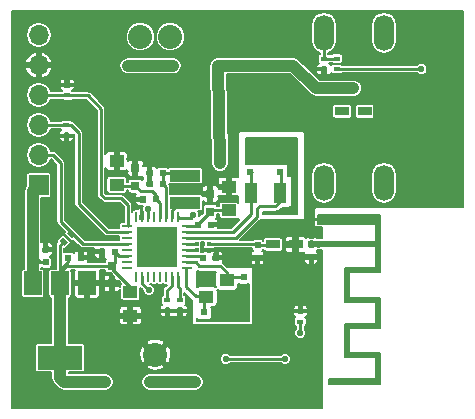
<source format=gbr>
G04 #@! TF.FileFunction,Copper,L1,Top,Signal*
%FSLAX46Y46*%
G04 Gerber Fmt 4.6, Leading zero omitted, Abs format (unit mm)*
G04 Created by KiCad (PCBNEW 4.0.5) date 05/26/17 17:56:53*
%MOMM*%
%LPD*%
G01*
G04 APERTURE LIST*
%ADD10C,0.100000*%
%ADD11R,0.812800X0.254000*%
%ADD12R,0.254000X0.812800*%
%ADD13R,1.725000X1.725000*%
%ADD14C,2.032000*%
%ADD15R,3.800000X2.000000*%
%ADD16R,1.500000X2.000000*%
%ADD17R,1.200000X0.750000*%
%ADD18C,0.356000*%
%ADD19R,1.150000X1.000000*%
%ADD20R,0.500000X0.600000*%
%ADD21R,0.600000X0.500000*%
%ADD22R,1.000000X1.800000*%
%ADD23R,0.330200X0.330200*%
%ADD24R,2.540000X1.021080*%
%ADD25R,0.600000X0.400000*%
%ADD26R,1.250000X1.000000*%
%ADD27R,0.750000X0.800000*%
%ADD28R,1.700000X1.700000*%
%ADD29O,1.700000X1.700000*%
%ADD30O,1.727200X3.048000*%
%ADD31C,1.016000*%
%ADD32C,0.558800*%
%ADD33C,0.254000*%
%ADD34C,0.558800*%
%ADD35C,1.016000*%
%ADD36C,0.152400*%
G04 APERTURE END LIST*
D10*
D11*
X9781540Y15466000D03*
X9781540Y14966000D03*
X9781540Y14466000D03*
X9781540Y13966000D03*
X9781540Y13466000D03*
X9781540Y12966000D03*
X9781540Y12466000D03*
X9781540Y11966000D03*
D12*
X10571540Y11176000D03*
X11071540Y11176000D03*
X11571540Y11176000D03*
X12071540Y11176000D03*
X12571540Y11176000D03*
X13071540Y11176000D03*
X13571540Y11176000D03*
X14071540Y11176000D03*
D11*
X14861540Y11966000D03*
X14861540Y12466000D03*
X14861540Y12966000D03*
X14861540Y13466000D03*
X14861540Y13966000D03*
X14861540Y14466000D03*
X14861540Y14966000D03*
X14861540Y15466000D03*
D12*
X14071540Y16256000D03*
X13571540Y16256000D03*
X13071540Y16256000D03*
X12571540Y16256000D03*
X12071540Y16256000D03*
X11571540Y16256000D03*
X11051540Y16256000D03*
X10571540Y16256000D03*
D13*
X13184040Y12853500D03*
X13184040Y14578500D03*
X11459040Y12853500D03*
X11459040Y14578500D03*
D14*
X13464540Y31521400D03*
X10924540Y31521400D03*
X12194540Y4597400D03*
D15*
X4117340Y4343000D03*
D16*
X4117340Y10643000D03*
X1817340Y10643000D03*
X6417340Y10643000D03*
D17*
X29908540Y25196800D03*
X28008540Y25196800D03*
D18*
X16880840Y18237200D03*
X20881340Y9956800D03*
X20881340Y10617200D03*
X20881340Y9296400D03*
X25681940Y5054600D03*
X25681940Y7594600D03*
X25681940Y10769600D03*
X25681940Y11404600D03*
X25681940Y8229600D03*
X25681940Y6324600D03*
X25681940Y5689600D03*
X25681940Y8864600D03*
X25681940Y10134600D03*
X25681940Y9499600D03*
X25681940Y6959600D03*
X20881340Y7315200D03*
X25681940Y3784600D03*
X16563340Y6756400D03*
X25681940Y4419600D03*
X18544540Y6756400D03*
X20957540Y15265400D03*
X18900140Y22453600D03*
X19204940Y6756400D03*
X17223740Y6756400D03*
X17884140Y6756400D03*
X19865340Y6756400D03*
X20881340Y8636000D03*
X15902940Y6756400D03*
X25681940Y3149600D03*
X25681940Y2514600D03*
X15255240Y6756400D03*
X25681940Y1244600D03*
X25681940Y609600D03*
X20525740Y6756400D03*
X25173940Y11785600D03*
X29085540Y17526000D03*
X27942540Y17526000D03*
X25402540Y15621000D03*
X24640540Y15621000D03*
X23815040Y15621000D03*
X23053040Y15621000D03*
X23815040Y16827500D03*
X23815040Y20066000D03*
X23815040Y21336000D03*
X34546540Y17526000D03*
X20474940Y14782800D03*
X10276840Y17767300D03*
X17693640Y15595600D03*
X36019740Y18516600D03*
X18900140Y20802600D03*
X14937740Y7327900D03*
X18290540Y9550400D03*
X16512540Y10972800D03*
X12588240Y10058400D03*
X19662140Y8166100D03*
X13934440Y7327900D03*
X19662140Y9309100D03*
X25681940Y1879600D03*
X18519140Y8166100D03*
X23230840Y7785100D03*
X20881340Y7975600D03*
X18430240Y17830800D03*
X25212040Y20955000D03*
X23713440Y22517100D03*
X33403540Y17526000D03*
X25212040Y17526000D03*
X25212040Y16383000D03*
X22291040Y15621000D03*
X21529040Y15621000D03*
X21516340Y22123400D03*
X25212040Y22237700D03*
X30228540Y17526000D03*
X18900140Y21640800D03*
X13591540Y12446000D03*
X12956540Y12446000D03*
X12321540Y12446000D03*
X11686540Y12446000D03*
X11051540Y12446000D03*
X11051540Y13081000D03*
X11686540Y13081000D03*
X12321540Y13081000D03*
X12956540Y13081000D03*
X13591540Y13081000D03*
X13591540Y13716000D03*
X12956540Y13716000D03*
X12321540Y13716000D03*
X11686540Y13716000D03*
X11051540Y13716000D03*
X11051540Y14351000D03*
X11686540Y14351000D03*
X12321540Y14351000D03*
X12956540Y14351000D03*
X13591540Y14351000D03*
X13591540Y14986000D03*
X12956540Y14986000D03*
X12321540Y14986000D03*
X11686540Y14986000D03*
D19*
X16501140Y9510800D03*
X18251140Y9510800D03*
X18251140Y10910800D03*
X16501140Y10910800D03*
D18*
X11051540Y14986000D03*
D20*
X22786340Y21149400D03*
X22786340Y20049400D03*
X19662140Y10118000D03*
X19662140Y11218000D03*
D21*
X17418140Y8178800D03*
X16318140Y8178800D03*
D22*
X20291740Y18313400D03*
X22791740Y18313400D03*
D23*
X15699740Y13957300D03*
X15699740Y13474700D03*
X16715740Y13957300D03*
X16715740Y13474700D03*
D20*
X20246340Y21149400D03*
X20246340Y20049400D03*
D24*
X14721840Y19763740D03*
X14721840Y17472660D03*
D25*
X27536140Y29672700D03*
X27536140Y28772700D03*
D26*
X8917940Y18977100D03*
X8917940Y20977100D03*
D27*
X10505440Y18871500D03*
X10505440Y20371500D03*
D21*
X12236540Y17767300D03*
X11136540Y17767300D03*
X16216540Y12801600D03*
X17316540Y12801600D03*
D26*
X18430240Y18830800D03*
X18430240Y16830800D03*
D27*
X16842740Y18212500D03*
X16842740Y16712500D03*
D21*
X16910140Y15582900D03*
X15810140Y15582900D03*
X12808040Y20015200D03*
X11708040Y20015200D03*
X11708040Y19062700D03*
X12808040Y19062700D03*
D20*
X20855940Y13885000D03*
X20855940Y12785000D03*
X25377140Y13948500D03*
X25377140Y12848500D03*
X2923540Y13516700D03*
X2923540Y12416700D03*
D21*
X5899240Y12814300D03*
X4799240Y12814300D03*
D26*
X10073640Y7902700D03*
X10073640Y9902700D03*
D27*
X8511540Y10629200D03*
X8511540Y12129200D03*
D21*
X7656740Y13309600D03*
X8756740Y13309600D03*
D28*
X2313940Y18948400D03*
D29*
X2313940Y21488400D03*
X2313940Y24028400D03*
X2313940Y26568400D03*
X2313940Y29108400D03*
X2313940Y31648400D03*
D30*
X31549340Y31851600D03*
X26469340Y31851600D03*
X31549340Y19151600D03*
X26469340Y19151600D03*
D25*
X24475440Y7385900D03*
X24475440Y8285900D03*
X26469340Y29672700D03*
X26469340Y28772700D03*
D17*
X22166540Y13931900D03*
X24066540Y13931900D03*
D25*
X4663440Y24033900D03*
X4663440Y23133900D03*
X4726940Y27450200D03*
X4726940Y26550200D03*
D10*
G36*
X4504853Y13818949D02*
X4080589Y14243213D01*
X4363431Y14526055D01*
X4787695Y14101791D01*
X4504853Y13818949D01*
X4504853Y13818949D01*
G37*
G36*
X5141249Y14455345D02*
X4716985Y14879609D01*
X4999827Y15162451D01*
X5424091Y14738187D01*
X5141249Y14455345D01*
X5141249Y14455345D01*
G37*
D25*
X13210540Y9213000D03*
X13210540Y8313000D03*
X14290040Y9213000D03*
X14290040Y8313000D03*
D31*
X15547340Y2286000D03*
X7927340Y2286000D03*
X11737340Y2286000D03*
D32*
X16216540Y12801600D03*
D31*
X17668240Y20815300D03*
D32*
X18442940Y16833000D03*
D31*
X28958540Y27152600D03*
D32*
X17515840Y29070300D03*
X13705840Y29070300D03*
X9895840Y29070300D03*
X29908540Y25196800D03*
X10086340Y9880600D03*
D31*
X4117340Y7683500D03*
D32*
X8917940Y18977100D03*
X18251140Y10910800D03*
X14721840Y17472660D03*
X14703640Y19773900D03*
X20291740Y18313400D03*
X34724340Y28778200D03*
X24475440Y6438900D03*
X28008540Y25196800D03*
X11572240Y16916400D03*
X15420340Y16395700D03*
X11635740Y10058400D03*
X18150840Y4216400D03*
X23167340Y4216400D03*
D33*
X11051540Y16256000D02*
X11051540Y16662400D01*
X11051540Y16662400D02*
X11038840Y16675100D01*
X25347840Y13931900D02*
X25377140Y13961200D01*
X22799040Y21187500D02*
X20301040Y21187500D01*
X20301040Y21187500D02*
X20259040Y21145500D01*
X20259040Y21145500D02*
X20259040Y21187500D01*
D34*
X13184040Y14578500D02*
X13591540Y14986000D01*
X12956540Y14986000D02*
X13184040Y14578500D01*
X13184040Y14578500D02*
X12729040Y14578500D01*
X12729040Y14578500D02*
X12321540Y14986000D01*
X11686540Y14986000D02*
X11459040Y14578500D01*
X11459040Y14578500D02*
X11051540Y14986000D01*
X11051540Y14351000D02*
X11459040Y14578500D01*
X11459040Y14578500D02*
X11686540Y14351000D01*
X12321540Y14351000D02*
X13184040Y14578500D01*
X13184040Y14578500D02*
X12956540Y14351000D01*
X13591540Y14351000D02*
X13184040Y14578500D01*
X13184040Y12853500D02*
X13184040Y13308500D01*
X13184040Y13308500D02*
X13591540Y13716000D01*
X12956540Y13716000D02*
X13184040Y12853500D01*
X13184040Y12853500D02*
X12321540Y13716000D01*
X11686540Y13716000D02*
X11459040Y12853500D01*
X11459040Y12853500D02*
X11459040Y13308500D01*
X11459040Y13308500D02*
X11051540Y13716000D01*
X11051540Y13081000D02*
X11459040Y12853500D01*
X11459040Y12853500D02*
X11686540Y13081000D01*
X12321540Y13081000D02*
X13184040Y12853500D01*
X13184040Y12853500D02*
X12956540Y13081000D01*
X13591540Y13081000D02*
X13184040Y12853500D01*
X13184040Y12853500D02*
X13591540Y12446000D01*
X12956540Y12446000D02*
X13184040Y12853500D01*
X13184040Y12853500D02*
X12729040Y12853500D01*
X12729040Y12853500D02*
X12321540Y12446000D01*
X11686540Y12446000D02*
X11459040Y12853500D01*
X11459040Y12853500D02*
X11051540Y12446000D01*
D33*
X14861540Y15466000D02*
X15693240Y15466000D01*
X15693240Y15466000D02*
X15810140Y15582900D01*
D35*
X11737340Y2286000D02*
X15547340Y2286000D01*
X4117340Y2616200D02*
X4447540Y2286000D01*
X4447540Y2286000D02*
X7927340Y2286000D01*
X4117340Y4343000D02*
X4117340Y2730500D01*
X4117340Y2730500D02*
X4117340Y2616200D01*
D33*
X14785340Y12966000D02*
X16052140Y12966000D01*
D35*
X17515840Y29070300D02*
X17668240Y20815300D01*
D33*
X18442940Y16833000D02*
X18440740Y16830800D01*
X18440740Y16830800D02*
X18430240Y16830800D01*
D35*
X17515840Y29070300D02*
X23878540Y29070300D01*
X23878540Y29070300D02*
X25796240Y27152600D01*
X25796240Y27152600D02*
X28958540Y27152600D01*
X9895840Y29070300D02*
X13705840Y29070300D01*
D33*
X18430240Y16830800D02*
X16961040Y16830800D01*
X16961040Y16830800D02*
X16842740Y16712500D01*
X15810140Y15582900D02*
X15810140Y15679900D01*
X15810140Y15679900D02*
X16842740Y16712500D01*
X14785340Y15466000D02*
X15693240Y15466000D01*
X15693240Y15466000D02*
X15810140Y15582900D01*
D34*
X10086340Y9880600D02*
X10073640Y9893300D01*
X10073640Y9893300D02*
X10073640Y9902700D01*
D33*
X4799240Y12814300D02*
X4799240Y12429400D01*
X4117340Y11747500D02*
X4117340Y11620500D01*
X4799240Y12429400D02*
X4117340Y11747500D01*
X8511540Y12129200D02*
X4626040Y12129200D01*
X4626040Y12129200D02*
X4117340Y11620500D01*
X4117340Y11620500D02*
X4117340Y11620500D01*
X4117340Y11620500D02*
X4117340Y10643000D01*
X8511540Y12129200D02*
X8511540Y11887200D01*
X8511540Y11887200D02*
X10073640Y10325100D01*
X10073640Y10325100D02*
X10073640Y9902700D01*
X8511540Y12129200D02*
X8511540Y12052300D01*
X8756740Y13309600D02*
X8756740Y12374400D01*
X8756740Y12374400D02*
X8511540Y12129200D01*
X9857740Y12966000D02*
X9100340Y12966000D01*
X9100340Y12966000D02*
X8756740Y13309600D01*
D35*
X4117340Y4343000D02*
X4117340Y7683500D01*
X4117340Y7683500D02*
X4117340Y10643000D01*
D33*
X4117340Y10643000D02*
X4117340Y13855700D01*
X4117340Y13855700D02*
X4434142Y14172502D01*
X4726940Y26550200D02*
X2332140Y26550200D01*
X2332140Y26550200D02*
X2313940Y26568400D01*
X9857740Y15466000D02*
X9857740Y17284700D01*
X6459640Y26550200D02*
X4726940Y26550200D01*
X7609840Y25400000D02*
X6459640Y26550200D01*
X7609840Y18122900D02*
X7609840Y25400000D01*
X7901940Y17830800D02*
X7609840Y18122900D01*
X9311640Y17830800D02*
X7901940Y17830800D01*
X9857740Y17284700D02*
X9311640Y17830800D01*
X4663440Y24033900D02*
X2319440Y24033900D01*
X2319440Y24033900D02*
X2313940Y24028400D01*
X9857740Y14966000D02*
X8087040Y14966000D01*
X5038940Y24033900D02*
X4663440Y24033900D01*
X5692140Y23380700D02*
X5038940Y24033900D01*
X5692140Y17360900D02*
X5692140Y23380700D01*
X8087040Y14966000D02*
X5692140Y17360900D01*
X13571540Y11252200D02*
X13571540Y10419400D01*
X13210540Y10058400D02*
X13210540Y9213000D01*
X13571540Y10419400D02*
X13210540Y10058400D01*
X14071540Y11252200D02*
X14071540Y10378500D01*
X14290040Y10160000D02*
X14290040Y9213000D01*
X14071540Y10378500D02*
X14290040Y10160000D01*
X14785340Y14466000D02*
X19040540Y14466000D01*
X22354540Y17208500D02*
X22799040Y17653000D01*
X21021040Y17208500D02*
X22354540Y17208500D01*
X20830540Y17018000D02*
X21021040Y17208500D01*
X20830540Y16256000D02*
X20830540Y17018000D01*
X19040540Y14466000D02*
X20830540Y16256000D01*
X22799040Y17653000D02*
X22799040Y18478500D01*
X22799040Y18478500D02*
X22842540Y18415000D01*
X22799040Y18351500D02*
X22842540Y18415000D01*
X22799040Y20087500D02*
X22799040Y18351500D01*
X12571540Y16256000D02*
X12571540Y16848900D01*
X12575540Y16852900D02*
X12571540Y16852900D01*
X12571540Y16848900D02*
X12575540Y16852900D01*
X9023540Y18871500D02*
X8917940Y18977100D01*
X10505440Y18871500D02*
X9023540Y18871500D01*
X12236540Y17767300D02*
X12236540Y18131700D01*
X10949240Y18427700D02*
X10505440Y18871500D01*
X11940540Y18427700D02*
X10949240Y18427700D01*
X12236540Y18131700D02*
X11940540Y18427700D01*
X12571540Y16179800D02*
X12571540Y16852900D01*
X12571540Y16852900D02*
X12571540Y17432300D01*
X12571540Y17432300D02*
X12236540Y17767300D01*
X12575540Y16192500D02*
X12571540Y16179800D01*
X12575540Y16306800D02*
X12571540Y16179800D01*
X15902940Y12141200D02*
X15598140Y12446000D01*
X17680940Y12141200D02*
X15902940Y12141200D01*
X18251140Y10910800D02*
X18251140Y11571000D01*
X15598140Y12446000D02*
X14836140Y12446000D01*
X18251140Y11571000D02*
X17680940Y12141200D01*
X14836140Y12446000D02*
X14785340Y12466000D01*
X19662140Y11218000D02*
X18586540Y11218000D01*
X18586540Y11218000D02*
X18239740Y10871200D01*
X18239740Y10871200D02*
X18251140Y10910800D01*
X18239740Y10922000D02*
X18251140Y10910800D01*
X14798040Y12446000D02*
X14785340Y12466000D01*
X16318140Y8178800D02*
X16318140Y9406800D01*
X16318140Y9406800D02*
X16563340Y9652000D01*
X16563340Y9652000D02*
X16501140Y9510800D01*
X14785340Y11966000D02*
X14785340Y10363200D01*
X15598140Y9550400D02*
X16461740Y9550400D01*
X14785340Y10363200D02*
X15598140Y9550400D01*
X16461740Y9550400D02*
X16501140Y9510800D01*
X13571540Y16256000D02*
X13571540Y16822100D01*
X13571540Y16179800D02*
X13571540Y16822100D01*
X13571540Y16822100D02*
X14222100Y17472660D01*
X14222100Y17472660D02*
X14721840Y17472660D01*
X13591540Y16192500D02*
X13571540Y16179800D01*
X20855940Y13885000D02*
X22119640Y13885000D01*
X22119640Y13885000D02*
X22166540Y13931900D01*
X16715740Y13957300D02*
X20783640Y13957300D01*
X20783640Y13957300D02*
X20855940Y13885000D01*
X13071540Y16256000D02*
X13071540Y16903000D01*
X13070840Y16903700D02*
X13071540Y16903700D01*
X13071540Y16903000D02*
X13070840Y16903700D01*
X14703640Y19773900D02*
X14713800Y19763740D01*
X14713800Y19763740D02*
X14721840Y19763740D01*
X12808040Y20015200D02*
X14470380Y20015200D01*
X14470380Y20015200D02*
X14721840Y19763740D01*
X12808040Y20015200D02*
X12808040Y19062700D01*
X13071540Y16179800D02*
X13071540Y16903700D01*
X13071540Y16903700D02*
X13071540Y18799200D01*
X13071540Y18799200D02*
X12808040Y19062700D01*
X20259040Y20087500D02*
X20259040Y18542000D01*
X20342540Y20046000D02*
X20259040Y20129500D01*
X20259040Y20129500D02*
X20259040Y20087500D01*
X20322540Y16510000D02*
X20322540Y18478500D01*
X20322540Y18478500D02*
X20342540Y18415000D01*
X20259040Y18542000D02*
X20386040Y18415000D01*
X20386040Y18415000D02*
X20342540Y18415000D01*
X14785340Y14966000D02*
X18778540Y14966000D01*
X18778540Y14966000D02*
X20322540Y16510000D01*
X27536140Y28772700D02*
X34718840Y28772700D01*
X34718840Y28772700D02*
X34724340Y28778200D01*
X24475440Y6438900D02*
X24475440Y7385900D01*
X5070538Y14808898D02*
X5070538Y14947202D01*
X5070538Y14947202D02*
X4777740Y15240000D01*
X9857740Y13966000D02*
X6051740Y13966000D01*
X3507740Y21488400D02*
X2313940Y21488400D01*
X4168140Y20828000D02*
X3507740Y21488400D01*
X4168140Y15849600D02*
X4168140Y20828000D01*
X6051740Y13966000D02*
X4777740Y15240000D01*
X4777740Y15240000D02*
X4168140Y15849600D01*
X14785340Y13966000D02*
X15695740Y13966000D01*
X15695740Y13966000D02*
X15699740Y13970000D01*
X15699740Y13970000D02*
X15699740Y13957300D01*
X14785340Y13466000D02*
X15695740Y13466000D01*
X15695740Y13466000D02*
X15699740Y13462000D01*
X15699740Y13462000D02*
X15699740Y13474700D01*
X11571540Y16256000D02*
X11571540Y16915700D01*
X11571540Y16915700D02*
X11572240Y16916400D01*
X27536140Y29672700D02*
X26469340Y29672700D01*
X26469340Y31851600D02*
X26469340Y29672700D01*
X11571540Y16915700D02*
X11572240Y16916400D01*
X11571540Y16179800D02*
X11571540Y16915700D01*
X2923540Y12416700D02*
X2406740Y12416700D01*
X2406740Y12416700D02*
X1817340Y13006100D01*
D35*
X1817340Y10643000D02*
X1817340Y13006100D01*
X1817340Y13006100D02*
X1817340Y18451800D01*
X1817340Y18451800D02*
X2313940Y18948400D01*
D33*
X14071540Y16256000D02*
X14137640Y16256000D01*
X14137640Y16256000D02*
X14213840Y16179800D01*
X14071540Y16179800D02*
X14213840Y16179800D01*
X14213840Y16179800D02*
X15204440Y16179800D01*
X15204440Y16179800D02*
X15420340Y16395700D01*
X18150840Y4216400D02*
X23167340Y4216400D01*
X11071540Y10622600D02*
X11635740Y10058400D01*
X11071540Y11252200D02*
X11071540Y10622600D01*
D36*
G36*
X24183340Y16522700D02*
X21338540Y16522700D01*
X21338540Y16700500D01*
X22354540Y16700500D01*
X22548943Y16739169D01*
X22713750Y16849290D01*
X22889396Y17024936D01*
X23291740Y17024936D01*
X23432930Y17051503D01*
X23558493Y17132300D01*
X23688040Y17132300D01*
X23715735Y17137511D01*
X23741172Y17153879D01*
X23758237Y17178854D01*
X23764240Y17208500D01*
X23764240Y19621500D01*
X23759029Y19649195D01*
X23742661Y19674632D01*
X23717686Y19691697D01*
X23688040Y19697700D01*
X23446740Y19697700D01*
X23446740Y20701000D01*
X23441529Y20728695D01*
X23425161Y20754132D01*
X23400186Y20771197D01*
X23370540Y20777200D01*
X19890740Y20777200D01*
X19890740Y22974300D01*
X24183340Y22974300D01*
X24183340Y16522700D01*
X24183340Y16522700D01*
G37*
X24183340Y16522700D02*
X21338540Y16522700D01*
X21338540Y16700500D01*
X22354540Y16700500D01*
X22548943Y16739169D01*
X22713750Y16849290D01*
X22889396Y17024936D01*
X23291740Y17024936D01*
X23432930Y17051503D01*
X23558493Y17132300D01*
X23688040Y17132300D01*
X23715735Y17137511D01*
X23741172Y17153879D01*
X23758237Y17178854D01*
X23764240Y17208500D01*
X23764240Y19621500D01*
X23759029Y19649195D01*
X23742661Y19674632D01*
X23717686Y19691697D01*
X23688040Y19697700D01*
X23446740Y19697700D01*
X23446740Y20701000D01*
X23441529Y20728695D01*
X23425161Y20754132D01*
X23400186Y20771197D01*
X23370540Y20777200D01*
X19890740Y20777200D01*
X19890740Y22974300D01*
X24183340Y22974300D01*
X24183340Y16522700D01*
G36*
X19261006Y10560141D02*
X19412140Y10529536D01*
X19912140Y10529536D01*
X20053330Y10556103D01*
X20093940Y10582235D01*
X20093940Y7493000D01*
X15725140Y7493000D01*
X15725140Y7680540D01*
X15739686Y7657935D01*
X15867006Y7570941D01*
X16018140Y7540336D01*
X16618140Y7540336D01*
X16759330Y7566903D01*
X16889005Y7650346D01*
X16975999Y7777666D01*
X17006604Y7928800D01*
X17006604Y8428800D01*
X16980037Y8569990D01*
X16946354Y8622336D01*
X17076140Y8622336D01*
X17217330Y8648903D01*
X17347005Y8732346D01*
X17433999Y8859666D01*
X17464604Y9010800D01*
X17464604Y10010800D01*
X17446593Y10106518D01*
X17525006Y10052941D01*
X17676140Y10022336D01*
X18826140Y10022336D01*
X18967330Y10048903D01*
X19097005Y10132346D01*
X19183999Y10259666D01*
X19214604Y10410800D01*
X19214604Y10591846D01*
X19261006Y10560141D01*
X19261006Y10560141D01*
G37*
X19261006Y10560141D02*
X19412140Y10529536D01*
X19912140Y10529536D01*
X20053330Y10556103D01*
X20093940Y10582235D01*
X20093940Y7493000D01*
X15725140Y7493000D01*
X15725140Y7680540D01*
X15739686Y7657935D01*
X15867006Y7570941D01*
X16018140Y7540336D01*
X16618140Y7540336D01*
X16759330Y7566903D01*
X16889005Y7650346D01*
X16975999Y7777666D01*
X17006604Y7928800D01*
X17006604Y8428800D01*
X16980037Y8569990D01*
X16946354Y8622336D01*
X17076140Y8622336D01*
X17217330Y8648903D01*
X17347005Y8732346D01*
X17433999Y8859666D01*
X17464604Y9010800D01*
X17464604Y10010800D01*
X17446593Y10106518D01*
X17525006Y10052941D01*
X17676140Y10022336D01*
X18826140Y10022336D01*
X18967330Y10048903D01*
X19097005Y10132346D01*
X19183999Y10259666D01*
X19214604Y10410800D01*
X19214604Y10591846D01*
X19261006Y10560141D01*
G36*
X15902940Y11633200D02*
X17366975Y11633200D01*
X17318281Y11561934D01*
X17287676Y11410800D01*
X17287676Y10410800D01*
X17305687Y10315082D01*
X17227274Y10368659D01*
X17076140Y10399264D01*
X15926140Y10399264D01*
X15784950Y10372697D01*
X15725140Y10334211D01*
X15725140Y11658600D01*
X15775247Y11658600D01*
X15902940Y11633200D01*
X15902940Y11633200D01*
G37*
X15902940Y11633200D02*
X17366975Y11633200D01*
X17318281Y11561934D01*
X17287676Y11410800D01*
X17287676Y10410800D01*
X17305687Y10315082D01*
X17227274Y10368659D01*
X17076140Y10399264D01*
X15926140Y10399264D01*
X15784950Y10372697D01*
X15725140Y10334211D01*
X15725140Y11658600D01*
X15775247Y11658600D01*
X15902940Y11633200D01*
G36*
X38280340Y17068800D02*
X25745440Y17068800D01*
X25715794Y17062797D01*
X25690819Y17045732D01*
X25674451Y17020295D01*
X25669240Y16992600D01*
X25669240Y16141700D01*
X25675243Y16112054D01*
X25692308Y16087079D01*
X25717745Y16070711D01*
X25745440Y16065500D01*
X25885140Y16065500D01*
X25914786Y16071503D01*
X25939761Y16088568D01*
X25956129Y16114005D01*
X25961340Y16141700D01*
X25961340Y16421100D01*
X31206440Y16421100D01*
X31206440Y11569700D01*
X28641040Y11569700D01*
X28611394Y11563697D01*
X28586419Y11546632D01*
X28570051Y11521195D01*
X28564840Y11493500D01*
X28564840Y9499600D01*
X28570843Y9469954D01*
X28587908Y9444979D01*
X28613345Y9428611D01*
X28641040Y9423400D01*
X31206440Y9423400D01*
X31206440Y6883400D01*
X28641040Y6883400D01*
X28611394Y6877397D01*
X28586419Y6860332D01*
X28570051Y6834895D01*
X28564840Y6807200D01*
X28564840Y4813300D01*
X28570843Y4783654D01*
X28587908Y4758679D01*
X28613345Y4742311D01*
X28641040Y4737100D01*
X31206440Y4737100D01*
X31206440Y2159000D01*
X26926540Y2159000D01*
X26926540Y2501900D01*
X30787340Y2501900D01*
X30816986Y2507903D01*
X30841961Y2524968D01*
X30858329Y2550405D01*
X30863540Y2578100D01*
X30863540Y4318000D01*
X30857537Y4347646D01*
X30840472Y4372621D01*
X30815035Y4388989D01*
X30787340Y4394200D01*
X28221940Y4394200D01*
X28221940Y7226300D01*
X30787340Y7226300D01*
X30816986Y7232303D01*
X30841961Y7249368D01*
X30858329Y7274805D01*
X30863540Y7302500D01*
X30863540Y9004300D01*
X30857537Y9033946D01*
X30840472Y9058921D01*
X30815035Y9075289D01*
X30787340Y9080500D01*
X28221940Y9080500D01*
X28221940Y11912600D01*
X30787340Y11912600D01*
X30816986Y11918603D01*
X30841961Y11935668D01*
X30858329Y11961105D01*
X30863540Y11988800D01*
X30863540Y13690600D01*
X30857537Y13720246D01*
X30840472Y13745221D01*
X30815035Y13761589D01*
X30787340Y13766800D01*
X26266140Y13766800D01*
X26257906Y13766354D01*
X25941345Y13731945D01*
X25874790Y13798500D01*
X25502140Y13798500D01*
X25502140Y13703300D01*
X25252140Y13703300D01*
X25252140Y13798500D01*
X25199340Y13798500D01*
X25199340Y14098500D01*
X25252140Y14098500D01*
X25252140Y14185900D01*
X25502140Y14185900D01*
X25502140Y14098500D01*
X25874790Y14098500D01*
X25936506Y14160216D01*
X26257339Y14122910D01*
X26266140Y14122400D01*
X30787340Y14122400D01*
X30816986Y14128403D01*
X30841961Y14145468D01*
X30858329Y14170905D01*
X30863540Y14198600D01*
X30863540Y15595600D01*
X30857537Y15625246D01*
X30840472Y15650221D01*
X30815035Y15666589D01*
X30787340Y15671800D01*
X25961340Y15671800D01*
X25961340Y15963900D01*
X25955337Y15993546D01*
X25938272Y16018521D01*
X25912835Y16034889D01*
X25885140Y16040100D01*
X25745440Y16040100D01*
X25715794Y16034097D01*
X25690819Y16017032D01*
X25674451Y15991595D01*
X25669240Y15963900D01*
X25669240Y15455900D01*
X25675243Y15426254D01*
X25692308Y15401279D01*
X25717745Y15384911D01*
X25745440Y15379700D01*
X26304240Y15379700D01*
X26304240Y14490700D01*
X25851913Y14490700D01*
X25814183Y14528430D01*
X25692821Y14578700D01*
X25584690Y14578700D01*
X25502140Y14496150D01*
X25502140Y14490700D01*
X25252140Y14490700D01*
X25252140Y14496150D01*
X25169590Y14578700D01*
X25061459Y14578700D01*
X24940097Y14528430D01*
X24926040Y14514373D01*
X24853583Y14586830D01*
X24732221Y14637100D01*
X24326890Y14637100D01*
X24244340Y14554550D01*
X24244340Y14109700D01*
X24264340Y14109700D01*
X24264340Y13754100D01*
X24244340Y13754100D01*
X24244340Y13309250D01*
X24326890Y13226700D01*
X24732221Y13226700D01*
X24816603Y13261652D01*
X24796940Y13214181D01*
X24796940Y13081050D01*
X24879490Y12998500D01*
X25252140Y12998500D01*
X25252140Y13046300D01*
X25502140Y13046300D01*
X25502140Y12998500D01*
X25874790Y12998500D01*
X25957340Y13081050D01*
X25957340Y13214181D01*
X25907070Y13335543D01*
X25844113Y13398500D01*
X25869513Y13423900D01*
X26304240Y13423900D01*
X26304240Y76200D01*
X78740Y76200D01*
X78740Y11643000D01*
X834262Y11643000D01*
X834262Y9643000D01*
X850202Y9558286D01*
X900268Y9480482D01*
X976660Y9428285D01*
X1067340Y9409922D01*
X2567340Y9409922D01*
X2652054Y9425862D01*
X2729858Y9475928D01*
X2782055Y9552320D01*
X2800418Y9643000D01*
X2800418Y11643000D01*
X2784478Y11727714D01*
X2734412Y11805518D01*
X2658020Y11857715D01*
X2567340Y11876078D01*
X2553940Y11876078D01*
X2553940Y11921745D01*
X2582860Y11901985D01*
X2673540Y11883622D01*
X3173540Y11883622D01*
X3258254Y11899562D01*
X3336058Y11949628D01*
X3388255Y12026020D01*
X3406618Y12116700D01*
X3406618Y12716700D01*
X3390678Y12801414D01*
X3340612Y12879218D01*
X3295710Y12909899D01*
X3360583Y12936770D01*
X3453470Y13029657D01*
X3503740Y13151019D01*
X3503740Y13284150D01*
X3421190Y13366700D01*
X3048540Y13366700D01*
X3048540Y13318900D01*
X2798540Y13318900D01*
X2798540Y13366700D01*
X2725740Y13366700D01*
X2725740Y13666700D01*
X2798540Y13666700D01*
X2798540Y14064350D01*
X3048540Y14064350D01*
X3048540Y13666700D01*
X3421190Y13666700D01*
X3503740Y13749250D01*
X3503740Y13882381D01*
X3453470Y14003743D01*
X3360583Y14096630D01*
X3239221Y14146900D01*
X3131090Y14146900D01*
X3048540Y14064350D01*
X2798540Y14064350D01*
X2715990Y14146900D01*
X2607859Y14146900D01*
X2553940Y14124566D01*
X2553940Y17865322D01*
X3163940Y17865322D01*
X3248654Y17881262D01*
X3326458Y17931328D01*
X3378655Y18007720D01*
X3397018Y18098400D01*
X3397018Y19798400D01*
X3381078Y19883114D01*
X3331012Y19960918D01*
X3254620Y20013115D01*
X3163940Y20031478D01*
X1463940Y20031478D01*
X1379226Y20015538D01*
X1301422Y19965472D01*
X1249225Y19889080D01*
X1230862Y19798400D01*
X1230862Y18874443D01*
X1136810Y18733685D01*
X1080740Y18451800D01*
X1080740Y11876078D01*
X1067340Y11876078D01*
X982626Y11860138D01*
X904822Y11810072D01*
X852625Y11733680D01*
X834262Y11643000D01*
X78740Y11643000D01*
X78740Y26568400D01*
X1214209Y26568400D01*
X1296313Y26155638D01*
X1530124Y25805715D01*
X1880047Y25571904D01*
X2292809Y25489800D01*
X2335071Y25489800D01*
X2747833Y25571904D01*
X3097756Y25805715D01*
X3331567Y26155638D01*
X3339317Y26194600D01*
X4255416Y26194600D01*
X4259868Y26187682D01*
X4336260Y26135485D01*
X4426940Y26117122D01*
X5026940Y26117122D01*
X5111654Y26133062D01*
X5189458Y26183128D01*
X5197297Y26194600D01*
X6312346Y26194600D01*
X7254240Y25252706D01*
X7254240Y18122900D01*
X7281308Y17986817D01*
X7358393Y17871453D01*
X7650493Y17579353D01*
X7765857Y17502268D01*
X7901940Y17475200D01*
X9164346Y17475200D01*
X9502140Y17137406D01*
X9502140Y15826078D01*
X9375140Y15826078D01*
X9290426Y15810138D01*
X9212622Y15760072D01*
X9160425Y15683680D01*
X9142062Y15593000D01*
X9142062Y15339000D01*
X9145336Y15321600D01*
X8234334Y15321600D01*
X6047740Y17508194D01*
X6047740Y23380700D01*
X6020672Y23516782D01*
X5943587Y23632147D01*
X5290387Y24285347D01*
X5175023Y24362432D01*
X5149058Y24367597D01*
X5130512Y24396418D01*
X5054120Y24448615D01*
X4963440Y24466978D01*
X4363440Y24466978D01*
X4278726Y24451038D01*
X4200922Y24400972D01*
X4193083Y24389500D01*
X3341843Y24389500D01*
X3331567Y24441162D01*
X3097756Y24791085D01*
X2747833Y25024896D01*
X2335071Y25107000D01*
X2292809Y25107000D01*
X1880047Y25024896D01*
X1530124Y24791085D01*
X1296313Y24441162D01*
X1214209Y24028400D01*
X1296313Y23615638D01*
X1530124Y23265715D01*
X1880047Y23031904D01*
X2292809Y22949800D01*
X2335071Y22949800D01*
X2342863Y22951350D01*
X4033240Y22951350D01*
X4033240Y22868219D01*
X4083510Y22746857D01*
X4176397Y22653970D01*
X4297759Y22603700D01*
X4430890Y22603700D01*
X4513440Y22686250D01*
X4513440Y23033900D01*
X4813440Y23033900D01*
X4813440Y22686250D01*
X4895990Y22603700D01*
X5029121Y22603700D01*
X5150483Y22653970D01*
X5243370Y22746857D01*
X5293640Y22868219D01*
X5293640Y22951350D01*
X5211090Y23033900D01*
X4813440Y23033900D01*
X4513440Y23033900D01*
X4115790Y23033900D01*
X4033240Y22951350D01*
X2342863Y22951350D01*
X2747833Y23031904D01*
X3097756Y23265715D01*
X3331567Y23615638D01*
X3344031Y23678300D01*
X4191916Y23678300D01*
X4196368Y23671382D01*
X4241270Y23640701D01*
X4176397Y23613830D01*
X4083510Y23520943D01*
X4033240Y23399581D01*
X4033240Y23316450D01*
X4115790Y23233900D01*
X4513440Y23233900D01*
X4513440Y23331700D01*
X4813440Y23331700D01*
X4813440Y23233900D01*
X5211090Y23233900D01*
X5273568Y23296378D01*
X5336540Y23233406D01*
X5336540Y17360900D01*
X5363608Y17224817D01*
X5440693Y17109453D01*
X7835593Y14714553D01*
X7950957Y14637468D01*
X8087040Y14610400D01*
X9145586Y14610400D01*
X9142062Y14593000D01*
X9142062Y14339000D01*
X9145336Y14321600D01*
X6199034Y14321600D01*
X4523740Y15996894D01*
X4523740Y20828000D01*
X4496672Y20964082D01*
X4419587Y21079447D01*
X3759187Y21739847D01*
X3643823Y21816932D01*
X3507740Y21844000D01*
X3342937Y21844000D01*
X3331567Y21901162D01*
X3097756Y22251085D01*
X2747833Y22484896D01*
X2335071Y22567000D01*
X2292809Y22567000D01*
X1880047Y22484896D01*
X1530124Y22251085D01*
X1296313Y21901162D01*
X1214209Y21488400D01*
X1296313Y21075638D01*
X1530124Y20725715D01*
X1880047Y20491904D01*
X2292809Y20409800D01*
X2335071Y20409800D01*
X2747833Y20491904D01*
X3097756Y20725715D01*
X3331567Y21075638D01*
X3342937Y21132800D01*
X3360446Y21132800D01*
X3812540Y20680706D01*
X3812540Y15849600D01*
X3839608Y15713517D01*
X3916693Y15598153D01*
X4518991Y14995855D01*
X4503543Y14973247D01*
X4483929Y14882829D01*
X4501038Y14791903D01*
X4552174Y14714798D01*
X4976438Y14290534D01*
X5047611Y14241903D01*
X5138029Y14222289D01*
X5228955Y14239398D01*
X5256909Y14257937D01*
X5800293Y13714553D01*
X5915657Y13637468D01*
X6051740Y13610400D01*
X7026540Y13610400D01*
X7026540Y13517150D01*
X7109090Y13434600D01*
X7506740Y13434600D01*
X7506740Y13507400D01*
X7806740Y13507400D01*
X7806740Y13434600D01*
X7854540Y13434600D01*
X7854540Y13184600D01*
X7806740Y13184600D01*
X7806740Y12811950D01*
X7889290Y12729400D01*
X8022421Y12729400D01*
X8031073Y12732984D01*
X7974022Y12696272D01*
X7921825Y12619880D01*
X7903462Y12529200D01*
X7903462Y12484800D01*
X6523716Y12484800D01*
X6529440Y12498619D01*
X6529440Y12606750D01*
X6446890Y12689300D01*
X6049240Y12689300D01*
X6049240Y12616500D01*
X5749240Y12616500D01*
X5749240Y12689300D01*
X5701440Y12689300D01*
X5701440Y12939300D01*
X5749240Y12939300D01*
X5749240Y13311950D01*
X6049240Y13311950D01*
X6049240Y12939300D01*
X6446890Y12939300D01*
X6529440Y13021850D01*
X6529440Y13102050D01*
X7026540Y13102050D01*
X7026540Y12993919D01*
X7076810Y12872557D01*
X7169697Y12779670D01*
X7291059Y12729400D01*
X7424190Y12729400D01*
X7506740Y12811950D01*
X7506740Y13184600D01*
X7109090Y13184600D01*
X7026540Y13102050D01*
X6529440Y13102050D01*
X6529440Y13129981D01*
X6479170Y13251343D01*
X6386283Y13344230D01*
X6264921Y13394500D01*
X6131790Y13394500D01*
X6049240Y13311950D01*
X5749240Y13311950D01*
X5666690Y13394500D01*
X5533559Y13394500D01*
X5412197Y13344230D01*
X5319310Y13251343D01*
X5292375Y13186316D01*
X5266312Y13226818D01*
X5189920Y13279015D01*
X5099240Y13297378D01*
X4499240Y13297378D01*
X4472940Y13292429D01*
X4472940Y13592117D01*
X4501633Y13585893D01*
X4592559Y13603002D01*
X4669664Y13654138D01*
X4952506Y13936980D01*
X5001137Y14008153D01*
X5020751Y14098571D01*
X5003642Y14189497D01*
X4952506Y14266602D01*
X4528242Y14690866D01*
X4457069Y14739497D01*
X4366651Y14759111D01*
X4275725Y14742002D01*
X4198620Y14690866D01*
X3915778Y14408024D01*
X3867147Y14336851D01*
X3847533Y14246433D01*
X3864642Y14155507D01*
X3884424Y14125678D01*
X3865893Y14107147D01*
X3788808Y13991783D01*
X3788808Y13991782D01*
X3761740Y13855700D01*
X3761740Y11876078D01*
X3367340Y11876078D01*
X3282626Y11860138D01*
X3204822Y11810072D01*
X3152625Y11733680D01*
X3134262Y11643000D01*
X3134262Y9643000D01*
X3150202Y9558286D01*
X3200268Y9480482D01*
X3276660Y9428285D01*
X3367340Y9409922D01*
X3380740Y9409922D01*
X3380740Y7684143D01*
X3380612Y7537624D01*
X3380740Y7537314D01*
X3380740Y5576078D01*
X2217340Y5576078D01*
X2132626Y5560138D01*
X2054822Y5510072D01*
X2002625Y5433680D01*
X1984262Y5343000D01*
X1984262Y3343000D01*
X2000202Y3258286D01*
X2050268Y3180482D01*
X2126660Y3128285D01*
X2217340Y3109922D01*
X3380740Y3109922D01*
X3380740Y2616200D01*
X3436810Y2334315D01*
X3596485Y2095345D01*
X3926685Y1765145D01*
X4165655Y1605470D01*
X4447540Y1549400D01*
X7926697Y1549400D01*
X8073216Y1549272D01*
X8344045Y1661177D01*
X8551435Y1868205D01*
X8663812Y2138838D01*
X8663813Y2140124D01*
X11000612Y2140124D01*
X11112517Y1869295D01*
X11319545Y1661905D01*
X11590178Y1549528D01*
X11883216Y1549272D01*
X11883526Y1549400D01*
X15546697Y1549400D01*
X15693216Y1549272D01*
X15964045Y1661177D01*
X16171435Y1868205D01*
X16283812Y2138838D01*
X16284068Y2431876D01*
X16172163Y2702705D01*
X15965135Y2910095D01*
X15694502Y3022472D01*
X15401464Y3022728D01*
X15401154Y3022600D01*
X11737983Y3022600D01*
X11591464Y3022728D01*
X11320635Y2910823D01*
X11113245Y2703795D01*
X11000868Y2433162D01*
X11000612Y2140124D01*
X8663813Y2140124D01*
X8664068Y2431876D01*
X8552163Y2702705D01*
X8345135Y2910095D01*
X8074502Y3022472D01*
X7781464Y3022728D01*
X7781154Y3022600D01*
X4853940Y3022600D01*
X4853940Y3109922D01*
X6017340Y3109922D01*
X6102054Y3125862D01*
X6179858Y3175928D01*
X6232055Y3252320D01*
X6250418Y3343000D01*
X6250418Y3568198D01*
X11416785Y3568198D01*
X11538402Y3391812D01*
X12049706Y3232489D01*
X12583060Y3280961D01*
X12850678Y3391812D01*
X12972295Y3568198D01*
X12194540Y4345953D01*
X11416785Y3568198D01*
X6250418Y3568198D01*
X6250418Y4742234D01*
X10829629Y4742234D01*
X10878101Y4208880D01*
X10988952Y3941262D01*
X11165338Y3819645D01*
X11943093Y4597400D01*
X12445987Y4597400D01*
X13223742Y3819645D01*
X13400128Y3941262D01*
X13454513Y4115796D01*
X17642752Y4115796D01*
X17719928Y3929017D01*
X17862706Y3785990D01*
X18049349Y3708489D01*
X18251444Y3708312D01*
X18438223Y3785488D01*
X18513666Y3860800D01*
X22804526Y3860800D01*
X22879206Y3785990D01*
X23065849Y3708489D01*
X23267944Y3708312D01*
X23454723Y3785488D01*
X23597750Y3928266D01*
X23675251Y4114909D01*
X23675428Y4317004D01*
X23598252Y4503783D01*
X23455474Y4646810D01*
X23268831Y4724311D01*
X23066736Y4724488D01*
X22879957Y4647312D01*
X22804514Y4572000D01*
X18513654Y4572000D01*
X18438974Y4646810D01*
X18252331Y4724311D01*
X18050236Y4724488D01*
X17863457Y4647312D01*
X17720430Y4504534D01*
X17642929Y4317891D01*
X17642752Y4115796D01*
X13454513Y4115796D01*
X13559451Y4452566D01*
X13510979Y4985920D01*
X13400128Y5253538D01*
X13223742Y5375155D01*
X12445987Y4597400D01*
X11943093Y4597400D01*
X11165338Y5375155D01*
X10988952Y5253538D01*
X10829629Y4742234D01*
X6250418Y4742234D01*
X6250418Y5343000D01*
X6234478Y5427714D01*
X6184412Y5505518D01*
X6108020Y5557715D01*
X6017340Y5576078D01*
X4853940Y5576078D01*
X4853940Y5626602D01*
X11416785Y5626602D01*
X12194540Y4848847D01*
X12972295Y5626602D01*
X12850678Y5802988D01*
X12339374Y5962311D01*
X11806020Y5913839D01*
X11538402Y5802988D01*
X11416785Y5626602D01*
X4853940Y5626602D01*
X4853940Y7642350D01*
X9118440Y7642350D01*
X9118440Y7337019D01*
X9168710Y7215657D01*
X9261597Y7122770D01*
X9382959Y7072500D01*
X9813290Y7072500D01*
X9895840Y7155050D01*
X9895840Y7724900D01*
X10251440Y7724900D01*
X10251440Y7155050D01*
X10333990Y7072500D01*
X10764321Y7072500D01*
X10885683Y7122770D01*
X10978570Y7215657D01*
X11028840Y7337019D01*
X11028840Y7642350D01*
X10946290Y7724900D01*
X10251440Y7724900D01*
X9895840Y7724900D01*
X9200990Y7724900D01*
X9118440Y7642350D01*
X4853940Y7642350D01*
X4853940Y7682857D01*
X4854068Y7829376D01*
X4853940Y7829686D01*
X4853940Y8468381D01*
X9118440Y8468381D01*
X9118440Y8163050D01*
X9200990Y8080500D01*
X9895840Y8080500D01*
X9895840Y8650350D01*
X10251440Y8650350D01*
X10251440Y8080500D01*
X10946290Y8080500D01*
X10996240Y8130450D01*
X12580340Y8130450D01*
X12580340Y8047319D01*
X12630610Y7925957D01*
X12723497Y7833070D01*
X12844859Y7782800D01*
X12977990Y7782800D01*
X13060540Y7865350D01*
X13060540Y8213000D01*
X13360540Y8213000D01*
X13360540Y7865350D01*
X13443090Y7782800D01*
X13576221Y7782800D01*
X13697583Y7833070D01*
X13750290Y7885777D01*
X13802997Y7833070D01*
X13924359Y7782800D01*
X14057490Y7782800D01*
X14140040Y7865350D01*
X14140040Y8213000D01*
X14440040Y8213000D01*
X14440040Y7865350D01*
X14522590Y7782800D01*
X14655721Y7782800D01*
X14777083Y7833070D01*
X14869970Y7925957D01*
X14920240Y8047319D01*
X14920240Y8130450D01*
X14837690Y8213000D01*
X14440040Y8213000D01*
X14140040Y8213000D01*
X13360540Y8213000D01*
X13060540Y8213000D01*
X12662890Y8213000D01*
X12580340Y8130450D01*
X10996240Y8130450D01*
X11028840Y8163050D01*
X11028840Y8468381D01*
X10978570Y8589743D01*
X10885683Y8682630D01*
X10764321Y8732900D01*
X10333990Y8732900D01*
X10251440Y8650350D01*
X9895840Y8650350D01*
X9813290Y8732900D01*
X9382959Y8732900D01*
X9261597Y8682630D01*
X9168710Y8589743D01*
X9118440Y8468381D01*
X4853940Y8468381D01*
X4853940Y9409922D01*
X4867340Y9409922D01*
X4952054Y9425862D01*
X5029858Y9475928D01*
X5082055Y9552320D01*
X5100418Y9643000D01*
X5100418Y10382650D01*
X5337140Y10382650D01*
X5337140Y9577319D01*
X5387410Y9455957D01*
X5480297Y9363070D01*
X5601659Y9312800D01*
X6156990Y9312800D01*
X6239540Y9395350D01*
X6239540Y10465200D01*
X6595140Y10465200D01*
X6595140Y9395350D01*
X6677690Y9312800D01*
X7233021Y9312800D01*
X7354383Y9363070D01*
X7447270Y9455957D01*
X7497540Y9577319D01*
X7497540Y10368850D01*
X7806340Y10368850D01*
X7806340Y10163519D01*
X7856610Y10042157D01*
X7949497Y9949270D01*
X8070859Y9899000D01*
X8251190Y9899000D01*
X8333740Y9981550D01*
X8333740Y10451400D01*
X7888890Y10451400D01*
X7806340Y10368850D01*
X7497540Y10368850D01*
X7497540Y10382650D01*
X7414990Y10465200D01*
X6595140Y10465200D01*
X6239540Y10465200D01*
X5419690Y10465200D01*
X5337140Y10382650D01*
X5100418Y10382650D01*
X5100418Y11643000D01*
X5084478Y11727714D01*
X5054951Y11773600D01*
X5364030Y11773600D01*
X5337140Y11708681D01*
X5337140Y10903350D01*
X5419690Y10820800D01*
X6239540Y10820800D01*
X6239540Y10840800D01*
X6595140Y10840800D01*
X6595140Y10820800D01*
X7414990Y10820800D01*
X7497540Y10903350D01*
X7497540Y11094881D01*
X7806340Y11094881D01*
X7806340Y10889550D01*
X7888890Y10807000D01*
X8333740Y10807000D01*
X8333740Y11276850D01*
X8251190Y11359400D01*
X8070859Y11359400D01*
X7949497Y11309130D01*
X7856610Y11216243D01*
X7806340Y11094881D01*
X7497540Y11094881D01*
X7497540Y11708681D01*
X7470650Y11773600D01*
X7903462Y11773600D01*
X7903462Y11729200D01*
X7919402Y11644486D01*
X7969468Y11566682D01*
X8045860Y11514485D01*
X8136540Y11496122D01*
X8399724Y11496122D01*
X8689340Y11206506D01*
X8689340Y10807000D01*
X9088846Y10807000D01*
X9310431Y10585415D01*
X9286122Y10569772D01*
X9233925Y10493380D01*
X9215562Y10402700D01*
X9215562Y10370028D01*
X9134190Y10451400D01*
X8689340Y10451400D01*
X8689340Y9981550D01*
X8771890Y9899000D01*
X8952221Y9899000D01*
X9073583Y9949270D01*
X9166470Y10042157D01*
X9215562Y10160675D01*
X9215562Y9402700D01*
X9231502Y9317986D01*
X9281568Y9240182D01*
X9357960Y9187985D01*
X9448640Y9169622D01*
X10698640Y9169622D01*
X10783354Y9185562D01*
X10861158Y9235628D01*
X10913355Y9312020D01*
X10931718Y9402700D01*
X10931718Y10259528D01*
X11127745Y10063501D01*
X11127652Y9957796D01*
X11204828Y9771017D01*
X11347606Y9627990D01*
X11534249Y9550489D01*
X11736344Y9550312D01*
X11923123Y9627488D01*
X12066150Y9770266D01*
X12143651Y9956909D01*
X12143828Y10159004D01*
X12066652Y10345783D01*
X11923874Y10488810D01*
X11774534Y10550821D01*
X11783254Y10552462D01*
X11821442Y10577036D01*
X11853860Y10554885D01*
X11944540Y10536522D01*
X12198540Y10536522D01*
X12283254Y10552462D01*
X12321442Y10577036D01*
X12353860Y10554885D01*
X12444540Y10536522D01*
X12698540Y10536522D01*
X12783254Y10552462D01*
X12821442Y10577036D01*
X12853860Y10554885D01*
X12944540Y10536522D01*
X13185768Y10536522D01*
X12959093Y10309847D01*
X12882008Y10194483D01*
X12874951Y10159004D01*
X12854940Y10058400D01*
X12854940Y9635616D01*
X12825826Y9630138D01*
X12748022Y9580072D01*
X12695825Y9503680D01*
X12677462Y9413000D01*
X12677462Y9013000D01*
X12693402Y8928286D01*
X12743468Y8850482D01*
X12788370Y8819801D01*
X12723497Y8792930D01*
X12630610Y8700043D01*
X12580340Y8578681D01*
X12580340Y8495550D01*
X12662890Y8413000D01*
X13060540Y8413000D01*
X13060540Y8510800D01*
X13360540Y8510800D01*
X13360540Y8413000D01*
X14140040Y8413000D01*
X14140040Y8510800D01*
X14440040Y8510800D01*
X14440040Y8413000D01*
X14837690Y8413000D01*
X14920240Y8495550D01*
X14920240Y8578681D01*
X14869970Y8700043D01*
X14777083Y8792930D01*
X14712056Y8819865D01*
X14752558Y8845928D01*
X14804755Y8922320D01*
X14823118Y9013000D01*
X14823118Y9413000D01*
X14807178Y9497714D01*
X14757112Y9575518D01*
X14680720Y9627715D01*
X14645640Y9634819D01*
X14645640Y9836336D01*
X15318740Y9163236D01*
X15318740Y7162800D01*
X15324743Y7133154D01*
X15341808Y7108179D01*
X15367245Y7091811D01*
X15394940Y7086600D01*
X20424140Y7086600D01*
X20453786Y7092603D01*
X20478761Y7109668D01*
X20495129Y7135105D01*
X20500340Y7162800D01*
X20500340Y8103350D01*
X23845240Y8103350D01*
X23845240Y8020219D01*
X23895510Y7898857D01*
X23988397Y7805970D01*
X24053424Y7779035D01*
X24012922Y7752972D01*
X23960725Y7676580D01*
X23942362Y7585900D01*
X23942362Y7185900D01*
X23958302Y7101186D01*
X24008368Y7023382D01*
X24084760Y6971185D01*
X24119840Y6964081D01*
X24119840Y6801714D01*
X24045030Y6727034D01*
X23967529Y6540391D01*
X23967352Y6338296D01*
X24044528Y6151517D01*
X24187306Y6008490D01*
X24373949Y5930989D01*
X24576044Y5930812D01*
X24762823Y6007988D01*
X24905850Y6150766D01*
X24983351Y6337409D01*
X24983528Y6539504D01*
X24906352Y6726283D01*
X24831040Y6801726D01*
X24831040Y6963284D01*
X24860154Y6968762D01*
X24937958Y7018828D01*
X24990155Y7095220D01*
X25008518Y7185900D01*
X25008518Y7585900D01*
X24992578Y7670614D01*
X24942512Y7748418D01*
X24897610Y7779099D01*
X24962483Y7805970D01*
X25055370Y7898857D01*
X25105640Y8020219D01*
X25105640Y8103350D01*
X25023090Y8185900D01*
X24625440Y8185900D01*
X24625440Y8088100D01*
X24325440Y8088100D01*
X24325440Y8185900D01*
X23927790Y8185900D01*
X23845240Y8103350D01*
X20500340Y8103350D01*
X20500340Y8551581D01*
X23845240Y8551581D01*
X23845240Y8468450D01*
X23927790Y8385900D01*
X24325440Y8385900D01*
X24325440Y8733550D01*
X24625440Y8733550D01*
X24625440Y8385900D01*
X25023090Y8385900D01*
X25105640Y8468450D01*
X25105640Y8551581D01*
X25055370Y8672943D01*
X24962483Y8765830D01*
X24841121Y8816100D01*
X24707990Y8816100D01*
X24625440Y8733550D01*
X24325440Y8733550D01*
X24242890Y8816100D01*
X24109759Y8816100D01*
X23988397Y8765830D01*
X23895510Y8672943D01*
X23845240Y8551581D01*
X20500340Y8551581D01*
X20500340Y11988800D01*
X20494337Y12018446D01*
X20477272Y12043421D01*
X20451835Y12059789D01*
X20424140Y12065000D01*
X18260034Y12065000D01*
X17932387Y12392647D01*
X17913369Y12405355D01*
X17946740Y12485919D01*
X17946740Y12552450D01*
X20275740Y12552450D01*
X20275740Y12419319D01*
X20326010Y12297957D01*
X20418897Y12205070D01*
X20540259Y12154800D01*
X20648390Y12154800D01*
X20730940Y12237350D01*
X20730940Y12635000D01*
X20980940Y12635000D01*
X20980940Y12237350D01*
X21063490Y12154800D01*
X21171621Y12154800D01*
X21292983Y12205070D01*
X21385870Y12297957D01*
X21436140Y12419319D01*
X21436140Y12552450D01*
X21372640Y12615950D01*
X24796940Y12615950D01*
X24796940Y12482819D01*
X24847210Y12361457D01*
X24940097Y12268570D01*
X25061459Y12218300D01*
X25169590Y12218300D01*
X25252140Y12300850D01*
X25252140Y12698500D01*
X25502140Y12698500D01*
X25502140Y12300850D01*
X25584690Y12218300D01*
X25692821Y12218300D01*
X25814183Y12268570D01*
X25907070Y12361457D01*
X25957340Y12482819D01*
X25957340Y12615950D01*
X25874790Y12698500D01*
X25502140Y12698500D01*
X25252140Y12698500D01*
X24879490Y12698500D01*
X24796940Y12615950D01*
X21372640Y12615950D01*
X21353590Y12635000D01*
X20980940Y12635000D01*
X20730940Y12635000D01*
X20358290Y12635000D01*
X20275740Y12552450D01*
X17946740Y12552450D01*
X17946740Y12594050D01*
X17864190Y12676600D01*
X17466540Y12676600D01*
X17466540Y12603800D01*
X17166540Y12603800D01*
X17166540Y12676600D01*
X17118740Y12676600D01*
X17118740Y12926600D01*
X17166540Y12926600D01*
X17166540Y13136487D01*
X17211040Y13243919D01*
X17211040Y13299250D01*
X17466540Y13299250D01*
X17466540Y12926600D01*
X17864190Y12926600D01*
X17946740Y13009150D01*
X17946740Y13117281D01*
X17896470Y13238643D01*
X17803583Y13331530D01*
X17682221Y13381800D01*
X17549090Y13381800D01*
X17466540Y13299250D01*
X17211040Y13299250D01*
X17211040Y13309600D01*
X17128490Y13392150D01*
X16798290Y13392150D01*
X16798290Y13309600D01*
X16633190Y13309600D01*
X16633190Y13392150D01*
X16302990Y13392150D01*
X16220440Y13309600D01*
X16220440Y13309596D01*
X16115936Y13309688D01*
X16114666Y13309163D01*
X16097918Y13312494D01*
X16097918Y13639800D01*
X16083054Y13718797D01*
X16097918Y13792200D01*
X16097918Y14110400D01*
X16317562Y14110400D01*
X16317562Y13873695D01*
X16270710Y13826843D01*
X16220440Y13705481D01*
X16220440Y13639800D01*
X16302990Y13557250D01*
X16633190Y13557250D01*
X16633190Y13559122D01*
X16798290Y13559122D01*
X16798290Y13557250D01*
X17128490Y13557250D01*
X17172940Y13601700D01*
X20372862Y13601700D01*
X20372862Y13585000D01*
X20388802Y13500286D01*
X20438868Y13422482D01*
X20483770Y13391801D01*
X20418897Y13364930D01*
X20326010Y13272043D01*
X20275740Y13150681D01*
X20275740Y13017550D01*
X20358290Y12935000D01*
X20730940Y12935000D01*
X20730940Y12982800D01*
X20980940Y12982800D01*
X20980940Y12935000D01*
X21353590Y12935000D01*
X21436140Y13017550D01*
X21436140Y13150681D01*
X21385870Y13272043D01*
X21292983Y13364930D01*
X21227956Y13391865D01*
X21268458Y13417928D01*
X21320655Y13494320D01*
X21327759Y13529400D01*
X21338636Y13529400D01*
X21349402Y13472186D01*
X21399468Y13394382D01*
X21475860Y13342185D01*
X21566540Y13323822D01*
X22766540Y13323822D01*
X22851254Y13339762D01*
X22929058Y13389828D01*
X22981255Y13466220D01*
X22999618Y13556900D01*
X22999618Y13671550D01*
X23136340Y13671550D01*
X23136340Y13491219D01*
X23186610Y13369857D01*
X23279497Y13276970D01*
X23400859Y13226700D01*
X23806190Y13226700D01*
X23888740Y13309250D01*
X23888740Y13754100D01*
X23218890Y13754100D01*
X23136340Y13671550D01*
X22999618Y13671550D01*
X22999618Y14306900D01*
X22987260Y14372581D01*
X23136340Y14372581D01*
X23136340Y14192250D01*
X23218890Y14109700D01*
X23888740Y14109700D01*
X23888740Y14554550D01*
X23806190Y14637100D01*
X23400859Y14637100D01*
X23279497Y14586830D01*
X23186610Y14493943D01*
X23136340Y14372581D01*
X22987260Y14372581D01*
X22983678Y14391614D01*
X22933612Y14469418D01*
X22857220Y14521615D01*
X22766540Y14539978D01*
X21566540Y14539978D01*
X21481826Y14524038D01*
X21404022Y14473972D01*
X21351825Y14397580D01*
X21333462Y14306900D01*
X21333462Y14240600D01*
X21328556Y14240600D01*
X21323078Y14269714D01*
X21273012Y14347518D01*
X21196620Y14399715D01*
X21105940Y14418078D01*
X20605940Y14418078D01*
X20521226Y14402138D01*
X20443422Y14352072D01*
X20416657Y14312900D01*
X19390334Y14312900D01*
X21066734Y15989300D01*
X24767540Y15989300D01*
X24797186Y15995303D01*
X24822161Y16012368D01*
X24838529Y16037805D01*
X24843740Y16065500D01*
X24843740Y19846335D01*
X25377140Y19846335D01*
X25377140Y18456865D01*
X25460279Y18038898D01*
X25697038Y17684563D01*
X26051373Y17447804D01*
X26469340Y17364665D01*
X26887307Y17447804D01*
X27241642Y17684563D01*
X27478401Y18038898D01*
X27561540Y18456865D01*
X27561540Y19846335D01*
X30457140Y19846335D01*
X30457140Y18456865D01*
X30540279Y18038898D01*
X30777038Y17684563D01*
X31131373Y17447804D01*
X31549340Y17364665D01*
X31967307Y17447804D01*
X32321642Y17684563D01*
X32558401Y18038898D01*
X32641540Y18456865D01*
X32641540Y19846335D01*
X32558401Y20264302D01*
X32321642Y20618637D01*
X31967307Y20855396D01*
X31549340Y20938535D01*
X31131373Y20855396D01*
X30777038Y20618637D01*
X30540279Y20264302D01*
X30457140Y19846335D01*
X27561540Y19846335D01*
X27478401Y20264302D01*
X27241642Y20618637D01*
X26887307Y20855396D01*
X26469340Y20938535D01*
X26051373Y20855396D01*
X25697038Y20618637D01*
X25460279Y20264302D01*
X25377140Y19846335D01*
X24843740Y19846335D01*
X24843740Y23431500D01*
X24837737Y23461146D01*
X24820672Y23486121D01*
X24795235Y23502489D01*
X24767540Y23507700D01*
X19306540Y23507700D01*
X19276894Y23501697D01*
X19251919Y23484632D01*
X19235551Y23459195D01*
X19230340Y23431500D01*
X19230340Y19615677D01*
X19120921Y19661000D01*
X18690590Y19661000D01*
X18608040Y19578450D01*
X18608040Y19008600D01*
X18628040Y19008600D01*
X18628040Y18653000D01*
X18608040Y18653000D01*
X18608040Y18083150D01*
X18690590Y18000600D01*
X19120921Y18000600D01*
X19230340Y18045923D01*
X19230340Y17480842D01*
X19222312Y17493318D01*
X19145920Y17545515D01*
X19055240Y17563878D01*
X17805240Y17563878D01*
X17720526Y17547938D01*
X17642722Y17497872D01*
X17590525Y17421480D01*
X17572162Y17330800D01*
X17572162Y17186400D01*
X17436913Y17186400D01*
X17434878Y17197214D01*
X17384812Y17275018D01*
X17308420Y17327215D01*
X17217740Y17345578D01*
X16467740Y17345578D01*
X16383026Y17329638D01*
X16305222Y17279572D01*
X16253025Y17203180D01*
X16234662Y17112500D01*
X16234662Y16607316D01*
X15928257Y16300911D01*
X15928428Y16496304D01*
X15851252Y16683083D01*
X15805373Y16729042D01*
X15991840Y16729042D01*
X16076554Y16744982D01*
X16154358Y16795048D01*
X16206555Y16871440D01*
X16224918Y16962120D01*
X16224918Y17588349D01*
X16280697Y17532570D01*
X16402059Y17482300D01*
X16582390Y17482300D01*
X16664940Y17564850D01*
X16664940Y18034700D01*
X16220090Y18034700D01*
X16215998Y18030608D01*
X16208978Y18067914D01*
X16158912Y18145718D01*
X16082520Y18197915D01*
X15991840Y18216278D01*
X13451840Y18216278D01*
X13427140Y18211630D01*
X13427140Y18678181D01*
X16137540Y18678181D01*
X16137540Y18472850D01*
X16220090Y18390300D01*
X16664940Y18390300D01*
X16664940Y18860150D01*
X17020540Y18860150D01*
X17020540Y18390300D01*
X17040540Y18390300D01*
X17040540Y18034700D01*
X17020540Y18034700D01*
X17020540Y17564850D01*
X17103090Y17482300D01*
X17283421Y17482300D01*
X17404783Y17532570D01*
X17497670Y17625457D01*
X17547940Y17746819D01*
X17547940Y17952150D01*
X17465392Y18034698D01*
X17547940Y18034698D01*
X17547940Y18121127D01*
X17618197Y18050870D01*
X17739559Y18000600D01*
X18169890Y18000600D01*
X18252440Y18083150D01*
X18252440Y18653000D01*
X17557590Y18653000D01*
X17547940Y18643350D01*
X17547940Y18678181D01*
X17497670Y18799543D01*
X17404783Y18892430D01*
X17283421Y18942700D01*
X17103090Y18942700D01*
X17020540Y18860150D01*
X16664940Y18860150D01*
X16582390Y18942700D01*
X16402059Y18942700D01*
X16280697Y18892430D01*
X16187810Y18799543D01*
X16137540Y18678181D01*
X13427140Y18678181D01*
X13427140Y18799200D01*
X13416011Y18855150D01*
X13400072Y18935283D01*
X13341118Y19023512D01*
X13341118Y19052179D01*
X13361160Y19038485D01*
X13451840Y19020122D01*
X15991840Y19020122D01*
X16076554Y19036062D01*
X16154358Y19086128D01*
X16206555Y19162520D01*
X16224918Y19253200D01*
X16224918Y19396481D01*
X17475040Y19396481D01*
X17475040Y19091150D01*
X17557590Y19008600D01*
X18252440Y19008600D01*
X18252440Y19578450D01*
X18169890Y19661000D01*
X17739559Y19661000D01*
X17618197Y19610730D01*
X17525310Y19517843D01*
X17475040Y19396481D01*
X16224918Y19396481D01*
X16224918Y20274280D01*
X16208978Y20358994D01*
X16158912Y20436798D01*
X16082520Y20488995D01*
X15991840Y20507358D01*
X13451840Y20507358D01*
X13367126Y20491418D01*
X13289322Y20441352D01*
X13277486Y20424029D01*
X13275112Y20427718D01*
X13198720Y20479915D01*
X13108040Y20498278D01*
X12508040Y20498278D01*
X12423326Y20482338D01*
X12345522Y20432272D01*
X12314841Y20387370D01*
X12287970Y20452243D01*
X12195083Y20545130D01*
X12073721Y20595400D01*
X11940590Y20595400D01*
X11858040Y20512850D01*
X11858040Y20140200D01*
X11905840Y20140200D01*
X11905840Y19890200D01*
X11858040Y19890200D01*
X11858040Y19187700D01*
X11905840Y19187700D01*
X11905840Y18937700D01*
X11858040Y18937700D01*
X11858040Y18864900D01*
X11558040Y18864900D01*
X11558040Y18937700D01*
X11510240Y18937700D01*
X11510240Y19187700D01*
X11558040Y19187700D01*
X11558040Y19890200D01*
X11510240Y19890200D01*
X11510240Y20140200D01*
X11558040Y20140200D01*
X11558040Y20512850D01*
X11475490Y20595400D01*
X11342359Y20595400D01*
X11220997Y20545130D01*
X11210640Y20534773D01*
X11210640Y20549302D01*
X11128092Y20549302D01*
X11210640Y20631850D01*
X11210640Y20837181D01*
X11160370Y20958543D01*
X11067483Y21051430D01*
X10946121Y21101700D01*
X10765790Y21101700D01*
X10683240Y21019150D01*
X10683240Y20549300D01*
X10703240Y20549300D01*
X10703240Y20193700D01*
X10683240Y20193700D01*
X10683240Y19723850D01*
X10765790Y19641300D01*
X10946121Y19641300D01*
X11067483Y19691570D01*
X11077840Y19701927D01*
X11077840Y19699519D01*
X11128110Y19578157D01*
X11167317Y19538950D01*
X11128110Y19499743D01*
X11079984Y19383556D01*
X11047512Y19434018D01*
X10971120Y19486215D01*
X10880440Y19504578D01*
X10130440Y19504578D01*
X10045726Y19488638D01*
X9967922Y19438572D01*
X9915725Y19362180D01*
X9897362Y19271500D01*
X9897362Y19227100D01*
X9776018Y19227100D01*
X9776018Y19477100D01*
X9760078Y19561814D01*
X9710012Y19639618D01*
X9633620Y19691815D01*
X9542940Y19710178D01*
X8292940Y19710178D01*
X8208226Y19694238D01*
X8130422Y19644172D01*
X8078225Y19567780D01*
X8059862Y19477100D01*
X8059862Y18477100D01*
X8075802Y18392386D01*
X8125868Y18314582D01*
X8202260Y18262385D01*
X8292940Y18244022D01*
X9542940Y18244022D01*
X9627654Y18259962D01*
X9705458Y18310028D01*
X9757655Y18386420D01*
X9776018Y18477100D01*
X9776018Y18515900D01*
X9897362Y18515900D01*
X9897362Y18471500D01*
X9913302Y18386786D01*
X9963368Y18308982D01*
X10039760Y18256785D01*
X10130440Y18238422D01*
X10590689Y18238422D01*
X10556610Y18204343D01*
X10506340Y18082981D01*
X10506340Y17974850D01*
X10588890Y17892300D01*
X10986540Y17892300D01*
X10986540Y17965100D01*
X11286540Y17965100D01*
X11286540Y17892300D01*
X11334340Y17892300D01*
X11334340Y17642300D01*
X11286540Y17642300D01*
X11286540Y17569500D01*
X10986540Y17569500D01*
X10986540Y17642300D01*
X10588890Y17642300D01*
X10506340Y17559750D01*
X10506340Y17451619D01*
X10556610Y17330257D01*
X10649497Y17237370D01*
X10770859Y17187100D01*
X10903990Y17187100D01*
X10958738Y17241848D01*
X10958738Y17187100D01*
X11134591Y17187100D01*
X11064329Y17017891D01*
X11064152Y16815796D01*
X11115040Y16692638D01*
X11115040Y16433800D01*
X11178540Y16433800D01*
X11178540Y16078200D01*
X11115040Y16078200D01*
X11115040Y16058200D01*
X10988040Y16058200D01*
X10988040Y16078200D01*
X10931618Y16078200D01*
X10931618Y16433800D01*
X10988040Y16433800D01*
X10988040Y16910050D01*
X10905490Y16992600D01*
X10858859Y16992600D01*
X10737497Y16942330D01*
X10690645Y16895478D01*
X10444540Y16895478D01*
X10359826Y16879538D01*
X10282022Y16829472D01*
X10229825Y16753080D01*
X10213340Y16671674D01*
X10213340Y17284700D01*
X10209783Y17302585D01*
X10186272Y17420783D01*
X10109187Y17536147D01*
X9563087Y18082247D01*
X9447723Y18159332D01*
X9311640Y18186400D01*
X8049234Y18186400D01*
X7965440Y18270194D01*
X7965440Y20404901D01*
X8013010Y20290057D01*
X8105897Y20197170D01*
X8227259Y20146900D01*
X8657590Y20146900D01*
X8740140Y20229450D01*
X8740140Y20799300D01*
X8720140Y20799300D01*
X8720140Y21154900D01*
X8740140Y21154900D01*
X8740140Y21724750D01*
X9095740Y21724750D01*
X9095740Y21154900D01*
X9115740Y21154900D01*
X9115740Y20799300D01*
X9095740Y20799300D01*
X9095740Y20229450D01*
X9178290Y20146900D01*
X9608621Y20146900D01*
X9729983Y20197170D01*
X9800240Y20267427D01*
X9800240Y20193698D01*
X9882788Y20193698D01*
X9800240Y20111150D01*
X9800240Y19905819D01*
X9850510Y19784457D01*
X9943397Y19691570D01*
X10064759Y19641300D01*
X10245090Y19641300D01*
X10327640Y19723850D01*
X10327640Y20193700D01*
X10307640Y20193700D01*
X10307640Y20549300D01*
X10327640Y20549300D01*
X10327640Y21019150D01*
X10245090Y21101700D01*
X10064759Y21101700D01*
X9943397Y21051430D01*
X9873140Y20981173D01*
X9873140Y21154902D01*
X9790592Y21154902D01*
X9873140Y21237450D01*
X9873140Y21542781D01*
X9822870Y21664143D01*
X9729983Y21757030D01*
X9608621Y21807300D01*
X9178290Y21807300D01*
X9095740Y21724750D01*
X8740140Y21724750D01*
X8657590Y21807300D01*
X8227259Y21807300D01*
X8105897Y21757030D01*
X8013010Y21664143D01*
X7965440Y21549299D01*
X7965440Y25400000D01*
X7938372Y25536082D01*
X7861287Y25651447D01*
X6711087Y26801647D01*
X6595723Y26878732D01*
X6459640Y26905800D01*
X5198464Y26905800D01*
X5194012Y26912718D01*
X5149110Y26943399D01*
X5213983Y26970270D01*
X5306870Y27063157D01*
X5357140Y27184519D01*
X5357140Y27267650D01*
X5274590Y27350200D01*
X4876940Y27350200D01*
X4876940Y27252400D01*
X4576940Y27252400D01*
X4576940Y27350200D01*
X4179290Y27350200D01*
X4096740Y27267650D01*
X4096740Y27184519D01*
X4147010Y27063157D01*
X4239897Y26970270D01*
X4304924Y26943335D01*
X4264422Y26917272D01*
X4256583Y26905800D01*
X3346558Y26905800D01*
X3331567Y26981162D01*
X3097756Y27331085D01*
X2747833Y27564896D01*
X2335071Y27647000D01*
X2292809Y27647000D01*
X1880047Y27564896D01*
X1530124Y27331085D01*
X1296313Y26981162D01*
X1214209Y26568400D01*
X78740Y26568400D01*
X78740Y27715881D01*
X4096740Y27715881D01*
X4096740Y27632750D01*
X4179290Y27550200D01*
X4576940Y27550200D01*
X4576940Y27897850D01*
X4876940Y27897850D01*
X4876940Y27550200D01*
X5274590Y27550200D01*
X5357140Y27632750D01*
X5357140Y27715881D01*
X5306870Y27837243D01*
X5213983Y27930130D01*
X5092621Y27980400D01*
X4959490Y27980400D01*
X4876940Y27897850D01*
X4576940Y27897850D01*
X4494390Y27980400D01*
X4361259Y27980400D01*
X4239897Y27930130D01*
X4147010Y27837243D01*
X4096740Y27715881D01*
X78740Y27715881D01*
X78740Y28750272D01*
X1189388Y28750272D01*
X1265514Y28566447D01*
X1552717Y28206485D01*
X1955810Y27983832D01*
X2136140Y28024203D01*
X2136140Y28930600D01*
X2491740Y28930600D01*
X2491740Y28024203D01*
X2672070Y27983832D01*
X3075163Y28206485D01*
X3362366Y28566447D01*
X3438492Y28750272D01*
X3397094Y28930600D01*
X2491740Y28930600D01*
X2136140Y28930600D01*
X1230786Y28930600D01*
X1189388Y28750272D01*
X78740Y28750272D01*
X78740Y29070300D01*
X9159240Y29070300D01*
X9215310Y28788415D01*
X9374985Y28549445D01*
X9613955Y28389770D01*
X9895840Y28333700D01*
X13705840Y28333700D01*
X13987725Y28389770D01*
X14226695Y28549445D01*
X14386370Y28788415D01*
X14442440Y29070300D01*
X16779240Y29070300D01*
X16780590Y29063515D01*
X16779365Y29056704D01*
X16931634Y20808863D01*
X16931512Y20669424D01*
X17043417Y20398595D01*
X17250445Y20191205D01*
X17521078Y20078828D01*
X17814116Y20078572D01*
X18084945Y20190477D01*
X18292335Y20397505D01*
X18404712Y20668138D01*
X18404968Y20961176D01*
X18402147Y20968004D01*
X18317154Y25571800D01*
X27175462Y25571800D01*
X27175462Y24821800D01*
X27191402Y24737086D01*
X27241468Y24659282D01*
X27317860Y24607085D01*
X27408540Y24588722D01*
X28608540Y24588722D01*
X28693254Y24604662D01*
X28771058Y24654728D01*
X28823255Y24731120D01*
X28841618Y24821800D01*
X28841618Y25571800D01*
X29075462Y25571800D01*
X29075462Y24821800D01*
X29091402Y24737086D01*
X29141468Y24659282D01*
X29217860Y24607085D01*
X29308540Y24588722D01*
X30508540Y24588722D01*
X30593254Y24604662D01*
X30671058Y24654728D01*
X30723255Y24731120D01*
X30741618Y24821800D01*
X30741618Y25571800D01*
X30725678Y25656514D01*
X30675612Y25734318D01*
X30599220Y25786515D01*
X30508540Y25804878D01*
X29308540Y25804878D01*
X29223826Y25788938D01*
X29146022Y25738872D01*
X29093825Y25662480D01*
X29075462Y25571800D01*
X28841618Y25571800D01*
X28825678Y25656514D01*
X28775612Y25734318D01*
X28699220Y25786515D01*
X28608540Y25804878D01*
X27408540Y25804878D01*
X27323826Y25788938D01*
X27246022Y25738872D01*
X27193825Y25662480D01*
X27175462Y25571800D01*
X18317154Y25571800D01*
X18266165Y28333700D01*
X23573430Y28333700D01*
X25275385Y26631745D01*
X25514355Y26472070D01*
X25796240Y26416000D01*
X28957897Y26416000D01*
X29104416Y26415872D01*
X29375245Y26527777D01*
X29582635Y26734805D01*
X29695012Y27005438D01*
X29695268Y27298476D01*
X29583363Y27569305D01*
X29376335Y27776695D01*
X29105702Y27889072D01*
X28812664Y27889328D01*
X28812354Y27889200D01*
X26101350Y27889200D01*
X25400400Y28590150D01*
X25839140Y28590150D01*
X25839140Y28507019D01*
X25889410Y28385657D01*
X25982297Y28292770D01*
X26103659Y28242500D01*
X26236790Y28242500D01*
X26319340Y28325050D01*
X26319340Y28672700D01*
X25921690Y28672700D01*
X25839140Y28590150D01*
X25400400Y28590150D01*
X24399395Y29591155D01*
X24160425Y29750830D01*
X23878540Y29806900D01*
X17515840Y29806900D01*
X17509055Y29805550D01*
X17502244Y29806775D01*
X17368348Y29777562D01*
X17233955Y29750830D01*
X17228202Y29746986D01*
X17221442Y29745511D01*
X17108937Y29667295D01*
X16994985Y29591155D01*
X16991140Y29585401D01*
X16985460Y29581452D01*
X16911456Y29466145D01*
X16835310Y29352185D01*
X16833960Y29345398D01*
X16830223Y29339575D01*
X16805973Y29204695D01*
X16779240Y29070300D01*
X14442440Y29070300D01*
X14386370Y29352185D01*
X14226695Y29591155D01*
X13987725Y29750830D01*
X13705840Y29806900D01*
X9895840Y29806900D01*
X9613955Y29750830D01*
X9374985Y29591155D01*
X9215310Y29352185D01*
X9159240Y29070300D01*
X78740Y29070300D01*
X78740Y29466528D01*
X1189388Y29466528D01*
X1230786Y29286200D01*
X2136140Y29286200D01*
X2136140Y30192597D01*
X2491740Y30192597D01*
X2491740Y29286200D01*
X3397094Y29286200D01*
X3438492Y29466528D01*
X3362366Y29650353D01*
X3075163Y30010315D01*
X2672070Y30232968D01*
X2491740Y30192597D01*
X2136140Y30192597D01*
X1955810Y30232968D01*
X1552717Y30010315D01*
X1265514Y29650353D01*
X1189388Y29466528D01*
X78740Y29466528D01*
X78740Y31648400D01*
X1214209Y31648400D01*
X1296313Y31235638D01*
X1530124Y30885715D01*
X1880047Y30651904D01*
X2292809Y30569800D01*
X2335071Y30569800D01*
X2747833Y30651904D01*
X3097756Y30885715D01*
X3331567Y31235638D01*
X3339380Y31274920D01*
X9679725Y31274920D01*
X9868804Y30817312D01*
X10218610Y30466895D01*
X10675888Y30277017D01*
X11171020Y30276585D01*
X11628628Y30465664D01*
X11979045Y30815470D01*
X12168923Y31272748D01*
X12168924Y31274920D01*
X12219725Y31274920D01*
X12408804Y30817312D01*
X12758610Y30466895D01*
X13215888Y30277017D01*
X13711020Y30276585D01*
X14168628Y30465664D01*
X14519045Y30815470D01*
X14708923Y31272748D01*
X14709355Y31767880D01*
X14520276Y32225488D01*
X14199989Y32546335D01*
X25377140Y32546335D01*
X25377140Y31156865D01*
X25460279Y30738898D01*
X25697038Y30384563D01*
X26051373Y30147804D01*
X26113740Y30135398D01*
X26113740Y30095316D01*
X26084626Y30089838D01*
X26006822Y30039772D01*
X25954625Y29963380D01*
X25936262Y29872700D01*
X25936262Y29472700D01*
X25952202Y29387986D01*
X26002268Y29310182D01*
X26047170Y29279501D01*
X25982297Y29252630D01*
X25889410Y29159743D01*
X25839140Y29038381D01*
X25839140Y28955250D01*
X25921690Y28872700D01*
X26319340Y28872700D01*
X26319340Y28970500D01*
X26619340Y28970500D01*
X26619340Y28872700D01*
X26667140Y28872700D01*
X26667140Y28672700D01*
X26619340Y28672700D01*
X26619340Y28325050D01*
X26701890Y28242500D01*
X26835021Y28242500D01*
X26956383Y28292770D01*
X27049270Y28385657D01*
X27063204Y28419295D01*
X27069068Y28410182D01*
X27145460Y28357985D01*
X27236140Y28339622D01*
X27836140Y28339622D01*
X27920854Y28355562D01*
X27998658Y28405628D01*
X28006497Y28417100D01*
X34367017Y28417100D01*
X34436206Y28347790D01*
X34622849Y28270289D01*
X34824944Y28270112D01*
X35011723Y28347288D01*
X35154750Y28490066D01*
X35232251Y28676709D01*
X35232428Y28878804D01*
X35155252Y29065583D01*
X35012474Y29208610D01*
X34825831Y29286111D01*
X34623736Y29286288D01*
X34436957Y29209112D01*
X34356004Y29128300D01*
X28007664Y29128300D01*
X28003212Y29135218D01*
X27926820Y29187415D01*
X27836140Y29205778D01*
X27236140Y29205778D01*
X27151426Y29189838D01*
X27073622Y29139772D01*
X27063611Y29125121D01*
X27049270Y29159743D01*
X26956383Y29252630D01*
X26891356Y29279565D01*
X26931858Y29305628D01*
X26939697Y29317100D01*
X27064616Y29317100D01*
X27069068Y29310182D01*
X27145460Y29257985D01*
X27236140Y29239622D01*
X27836140Y29239622D01*
X27920854Y29255562D01*
X27998658Y29305628D01*
X28050855Y29382020D01*
X28069218Y29472700D01*
X28069218Y29872700D01*
X28053278Y29957414D01*
X28003212Y30035218D01*
X27926820Y30087415D01*
X27836140Y30105778D01*
X27236140Y30105778D01*
X27151426Y30089838D01*
X27073622Y30039772D01*
X27065783Y30028300D01*
X26940864Y30028300D01*
X26936412Y30035218D01*
X26860020Y30087415D01*
X26824940Y30094519D01*
X26824940Y30135398D01*
X26887307Y30147804D01*
X27241642Y30384563D01*
X27478401Y30738898D01*
X27561540Y31156865D01*
X27561540Y32546335D01*
X30457140Y32546335D01*
X30457140Y31156865D01*
X30540279Y30738898D01*
X30777038Y30384563D01*
X31131373Y30147804D01*
X31549340Y30064665D01*
X31967307Y30147804D01*
X32321642Y30384563D01*
X32558401Y30738898D01*
X32641540Y31156865D01*
X32641540Y32546335D01*
X32558401Y32964302D01*
X32321642Y33318637D01*
X31967307Y33555396D01*
X31549340Y33638535D01*
X31131373Y33555396D01*
X30777038Y33318637D01*
X30540279Y32964302D01*
X30457140Y32546335D01*
X27561540Y32546335D01*
X27478401Y32964302D01*
X27241642Y33318637D01*
X26887307Y33555396D01*
X26469340Y33638535D01*
X26051373Y33555396D01*
X25697038Y33318637D01*
X25460279Y32964302D01*
X25377140Y32546335D01*
X14199989Y32546335D01*
X14170470Y32575905D01*
X13713192Y32765783D01*
X13218060Y32766215D01*
X12760452Y32577136D01*
X12410035Y32227330D01*
X12220157Y31770052D01*
X12219725Y31274920D01*
X12168924Y31274920D01*
X12169355Y31767880D01*
X11980276Y32225488D01*
X11630470Y32575905D01*
X11173192Y32765783D01*
X10678060Y32766215D01*
X10220452Y32577136D01*
X9870035Y32227330D01*
X9680157Y31770052D01*
X9679725Y31274920D01*
X3339380Y31274920D01*
X3413671Y31648400D01*
X3331567Y32061162D01*
X3097756Y32411085D01*
X2747833Y32644896D01*
X2335071Y32727000D01*
X2292809Y32727000D01*
X1880047Y32644896D01*
X1530124Y32411085D01*
X1296313Y32061162D01*
X1214209Y31648400D01*
X78740Y31648400D01*
X78740Y33705800D01*
X38280340Y33705800D01*
X38280340Y17068800D01*
X38280340Y17068800D01*
G37*
X38280340Y17068800D02*
X25745440Y17068800D01*
X25715794Y17062797D01*
X25690819Y17045732D01*
X25674451Y17020295D01*
X25669240Y16992600D01*
X25669240Y16141700D01*
X25675243Y16112054D01*
X25692308Y16087079D01*
X25717745Y16070711D01*
X25745440Y16065500D01*
X25885140Y16065500D01*
X25914786Y16071503D01*
X25939761Y16088568D01*
X25956129Y16114005D01*
X25961340Y16141700D01*
X25961340Y16421100D01*
X31206440Y16421100D01*
X31206440Y11569700D01*
X28641040Y11569700D01*
X28611394Y11563697D01*
X28586419Y11546632D01*
X28570051Y11521195D01*
X28564840Y11493500D01*
X28564840Y9499600D01*
X28570843Y9469954D01*
X28587908Y9444979D01*
X28613345Y9428611D01*
X28641040Y9423400D01*
X31206440Y9423400D01*
X31206440Y6883400D01*
X28641040Y6883400D01*
X28611394Y6877397D01*
X28586419Y6860332D01*
X28570051Y6834895D01*
X28564840Y6807200D01*
X28564840Y4813300D01*
X28570843Y4783654D01*
X28587908Y4758679D01*
X28613345Y4742311D01*
X28641040Y4737100D01*
X31206440Y4737100D01*
X31206440Y2159000D01*
X26926540Y2159000D01*
X26926540Y2501900D01*
X30787340Y2501900D01*
X30816986Y2507903D01*
X30841961Y2524968D01*
X30858329Y2550405D01*
X30863540Y2578100D01*
X30863540Y4318000D01*
X30857537Y4347646D01*
X30840472Y4372621D01*
X30815035Y4388989D01*
X30787340Y4394200D01*
X28221940Y4394200D01*
X28221940Y7226300D01*
X30787340Y7226300D01*
X30816986Y7232303D01*
X30841961Y7249368D01*
X30858329Y7274805D01*
X30863540Y7302500D01*
X30863540Y9004300D01*
X30857537Y9033946D01*
X30840472Y9058921D01*
X30815035Y9075289D01*
X30787340Y9080500D01*
X28221940Y9080500D01*
X28221940Y11912600D01*
X30787340Y11912600D01*
X30816986Y11918603D01*
X30841961Y11935668D01*
X30858329Y11961105D01*
X30863540Y11988800D01*
X30863540Y13690600D01*
X30857537Y13720246D01*
X30840472Y13745221D01*
X30815035Y13761589D01*
X30787340Y13766800D01*
X26266140Y13766800D01*
X26257906Y13766354D01*
X25941345Y13731945D01*
X25874790Y13798500D01*
X25502140Y13798500D01*
X25502140Y13703300D01*
X25252140Y13703300D01*
X25252140Y13798500D01*
X25199340Y13798500D01*
X25199340Y14098500D01*
X25252140Y14098500D01*
X25252140Y14185900D01*
X25502140Y14185900D01*
X25502140Y14098500D01*
X25874790Y14098500D01*
X25936506Y14160216D01*
X26257339Y14122910D01*
X26266140Y14122400D01*
X30787340Y14122400D01*
X30816986Y14128403D01*
X30841961Y14145468D01*
X30858329Y14170905D01*
X30863540Y14198600D01*
X30863540Y15595600D01*
X30857537Y15625246D01*
X30840472Y15650221D01*
X30815035Y15666589D01*
X30787340Y15671800D01*
X25961340Y15671800D01*
X25961340Y15963900D01*
X25955337Y15993546D01*
X25938272Y16018521D01*
X25912835Y16034889D01*
X25885140Y16040100D01*
X25745440Y16040100D01*
X25715794Y16034097D01*
X25690819Y16017032D01*
X25674451Y15991595D01*
X25669240Y15963900D01*
X25669240Y15455900D01*
X25675243Y15426254D01*
X25692308Y15401279D01*
X25717745Y15384911D01*
X25745440Y15379700D01*
X26304240Y15379700D01*
X26304240Y14490700D01*
X25851913Y14490700D01*
X25814183Y14528430D01*
X25692821Y14578700D01*
X25584690Y14578700D01*
X25502140Y14496150D01*
X25502140Y14490700D01*
X25252140Y14490700D01*
X25252140Y14496150D01*
X25169590Y14578700D01*
X25061459Y14578700D01*
X24940097Y14528430D01*
X24926040Y14514373D01*
X24853583Y14586830D01*
X24732221Y14637100D01*
X24326890Y14637100D01*
X24244340Y14554550D01*
X24244340Y14109700D01*
X24264340Y14109700D01*
X24264340Y13754100D01*
X24244340Y13754100D01*
X24244340Y13309250D01*
X24326890Y13226700D01*
X24732221Y13226700D01*
X24816603Y13261652D01*
X24796940Y13214181D01*
X24796940Y13081050D01*
X24879490Y12998500D01*
X25252140Y12998500D01*
X25252140Y13046300D01*
X25502140Y13046300D01*
X25502140Y12998500D01*
X25874790Y12998500D01*
X25957340Y13081050D01*
X25957340Y13214181D01*
X25907070Y13335543D01*
X25844113Y13398500D01*
X25869513Y13423900D01*
X26304240Y13423900D01*
X26304240Y76200D01*
X78740Y76200D01*
X78740Y11643000D01*
X834262Y11643000D01*
X834262Y9643000D01*
X850202Y9558286D01*
X900268Y9480482D01*
X976660Y9428285D01*
X1067340Y9409922D01*
X2567340Y9409922D01*
X2652054Y9425862D01*
X2729858Y9475928D01*
X2782055Y9552320D01*
X2800418Y9643000D01*
X2800418Y11643000D01*
X2784478Y11727714D01*
X2734412Y11805518D01*
X2658020Y11857715D01*
X2567340Y11876078D01*
X2553940Y11876078D01*
X2553940Y11921745D01*
X2582860Y11901985D01*
X2673540Y11883622D01*
X3173540Y11883622D01*
X3258254Y11899562D01*
X3336058Y11949628D01*
X3388255Y12026020D01*
X3406618Y12116700D01*
X3406618Y12716700D01*
X3390678Y12801414D01*
X3340612Y12879218D01*
X3295710Y12909899D01*
X3360583Y12936770D01*
X3453470Y13029657D01*
X3503740Y13151019D01*
X3503740Y13284150D01*
X3421190Y13366700D01*
X3048540Y13366700D01*
X3048540Y13318900D01*
X2798540Y13318900D01*
X2798540Y13366700D01*
X2725740Y13366700D01*
X2725740Y13666700D01*
X2798540Y13666700D01*
X2798540Y14064350D01*
X3048540Y14064350D01*
X3048540Y13666700D01*
X3421190Y13666700D01*
X3503740Y13749250D01*
X3503740Y13882381D01*
X3453470Y14003743D01*
X3360583Y14096630D01*
X3239221Y14146900D01*
X3131090Y14146900D01*
X3048540Y14064350D01*
X2798540Y14064350D01*
X2715990Y14146900D01*
X2607859Y14146900D01*
X2553940Y14124566D01*
X2553940Y17865322D01*
X3163940Y17865322D01*
X3248654Y17881262D01*
X3326458Y17931328D01*
X3378655Y18007720D01*
X3397018Y18098400D01*
X3397018Y19798400D01*
X3381078Y19883114D01*
X3331012Y19960918D01*
X3254620Y20013115D01*
X3163940Y20031478D01*
X1463940Y20031478D01*
X1379226Y20015538D01*
X1301422Y19965472D01*
X1249225Y19889080D01*
X1230862Y19798400D01*
X1230862Y18874443D01*
X1136810Y18733685D01*
X1080740Y18451800D01*
X1080740Y11876078D01*
X1067340Y11876078D01*
X982626Y11860138D01*
X904822Y11810072D01*
X852625Y11733680D01*
X834262Y11643000D01*
X78740Y11643000D01*
X78740Y26568400D01*
X1214209Y26568400D01*
X1296313Y26155638D01*
X1530124Y25805715D01*
X1880047Y25571904D01*
X2292809Y25489800D01*
X2335071Y25489800D01*
X2747833Y25571904D01*
X3097756Y25805715D01*
X3331567Y26155638D01*
X3339317Y26194600D01*
X4255416Y26194600D01*
X4259868Y26187682D01*
X4336260Y26135485D01*
X4426940Y26117122D01*
X5026940Y26117122D01*
X5111654Y26133062D01*
X5189458Y26183128D01*
X5197297Y26194600D01*
X6312346Y26194600D01*
X7254240Y25252706D01*
X7254240Y18122900D01*
X7281308Y17986817D01*
X7358393Y17871453D01*
X7650493Y17579353D01*
X7765857Y17502268D01*
X7901940Y17475200D01*
X9164346Y17475200D01*
X9502140Y17137406D01*
X9502140Y15826078D01*
X9375140Y15826078D01*
X9290426Y15810138D01*
X9212622Y15760072D01*
X9160425Y15683680D01*
X9142062Y15593000D01*
X9142062Y15339000D01*
X9145336Y15321600D01*
X8234334Y15321600D01*
X6047740Y17508194D01*
X6047740Y23380700D01*
X6020672Y23516782D01*
X5943587Y23632147D01*
X5290387Y24285347D01*
X5175023Y24362432D01*
X5149058Y24367597D01*
X5130512Y24396418D01*
X5054120Y24448615D01*
X4963440Y24466978D01*
X4363440Y24466978D01*
X4278726Y24451038D01*
X4200922Y24400972D01*
X4193083Y24389500D01*
X3341843Y24389500D01*
X3331567Y24441162D01*
X3097756Y24791085D01*
X2747833Y25024896D01*
X2335071Y25107000D01*
X2292809Y25107000D01*
X1880047Y25024896D01*
X1530124Y24791085D01*
X1296313Y24441162D01*
X1214209Y24028400D01*
X1296313Y23615638D01*
X1530124Y23265715D01*
X1880047Y23031904D01*
X2292809Y22949800D01*
X2335071Y22949800D01*
X2342863Y22951350D01*
X4033240Y22951350D01*
X4033240Y22868219D01*
X4083510Y22746857D01*
X4176397Y22653970D01*
X4297759Y22603700D01*
X4430890Y22603700D01*
X4513440Y22686250D01*
X4513440Y23033900D01*
X4813440Y23033900D01*
X4813440Y22686250D01*
X4895990Y22603700D01*
X5029121Y22603700D01*
X5150483Y22653970D01*
X5243370Y22746857D01*
X5293640Y22868219D01*
X5293640Y22951350D01*
X5211090Y23033900D01*
X4813440Y23033900D01*
X4513440Y23033900D01*
X4115790Y23033900D01*
X4033240Y22951350D01*
X2342863Y22951350D01*
X2747833Y23031904D01*
X3097756Y23265715D01*
X3331567Y23615638D01*
X3344031Y23678300D01*
X4191916Y23678300D01*
X4196368Y23671382D01*
X4241270Y23640701D01*
X4176397Y23613830D01*
X4083510Y23520943D01*
X4033240Y23399581D01*
X4033240Y23316450D01*
X4115790Y23233900D01*
X4513440Y23233900D01*
X4513440Y23331700D01*
X4813440Y23331700D01*
X4813440Y23233900D01*
X5211090Y23233900D01*
X5273568Y23296378D01*
X5336540Y23233406D01*
X5336540Y17360900D01*
X5363608Y17224817D01*
X5440693Y17109453D01*
X7835593Y14714553D01*
X7950957Y14637468D01*
X8087040Y14610400D01*
X9145586Y14610400D01*
X9142062Y14593000D01*
X9142062Y14339000D01*
X9145336Y14321600D01*
X6199034Y14321600D01*
X4523740Y15996894D01*
X4523740Y20828000D01*
X4496672Y20964082D01*
X4419587Y21079447D01*
X3759187Y21739847D01*
X3643823Y21816932D01*
X3507740Y21844000D01*
X3342937Y21844000D01*
X3331567Y21901162D01*
X3097756Y22251085D01*
X2747833Y22484896D01*
X2335071Y22567000D01*
X2292809Y22567000D01*
X1880047Y22484896D01*
X1530124Y22251085D01*
X1296313Y21901162D01*
X1214209Y21488400D01*
X1296313Y21075638D01*
X1530124Y20725715D01*
X1880047Y20491904D01*
X2292809Y20409800D01*
X2335071Y20409800D01*
X2747833Y20491904D01*
X3097756Y20725715D01*
X3331567Y21075638D01*
X3342937Y21132800D01*
X3360446Y21132800D01*
X3812540Y20680706D01*
X3812540Y15849600D01*
X3839608Y15713517D01*
X3916693Y15598153D01*
X4518991Y14995855D01*
X4503543Y14973247D01*
X4483929Y14882829D01*
X4501038Y14791903D01*
X4552174Y14714798D01*
X4976438Y14290534D01*
X5047611Y14241903D01*
X5138029Y14222289D01*
X5228955Y14239398D01*
X5256909Y14257937D01*
X5800293Y13714553D01*
X5915657Y13637468D01*
X6051740Y13610400D01*
X7026540Y13610400D01*
X7026540Y13517150D01*
X7109090Y13434600D01*
X7506740Y13434600D01*
X7506740Y13507400D01*
X7806740Y13507400D01*
X7806740Y13434600D01*
X7854540Y13434600D01*
X7854540Y13184600D01*
X7806740Y13184600D01*
X7806740Y12811950D01*
X7889290Y12729400D01*
X8022421Y12729400D01*
X8031073Y12732984D01*
X7974022Y12696272D01*
X7921825Y12619880D01*
X7903462Y12529200D01*
X7903462Y12484800D01*
X6523716Y12484800D01*
X6529440Y12498619D01*
X6529440Y12606750D01*
X6446890Y12689300D01*
X6049240Y12689300D01*
X6049240Y12616500D01*
X5749240Y12616500D01*
X5749240Y12689300D01*
X5701440Y12689300D01*
X5701440Y12939300D01*
X5749240Y12939300D01*
X5749240Y13311950D01*
X6049240Y13311950D01*
X6049240Y12939300D01*
X6446890Y12939300D01*
X6529440Y13021850D01*
X6529440Y13102050D01*
X7026540Y13102050D01*
X7026540Y12993919D01*
X7076810Y12872557D01*
X7169697Y12779670D01*
X7291059Y12729400D01*
X7424190Y12729400D01*
X7506740Y12811950D01*
X7506740Y13184600D01*
X7109090Y13184600D01*
X7026540Y13102050D01*
X6529440Y13102050D01*
X6529440Y13129981D01*
X6479170Y13251343D01*
X6386283Y13344230D01*
X6264921Y13394500D01*
X6131790Y13394500D01*
X6049240Y13311950D01*
X5749240Y13311950D01*
X5666690Y13394500D01*
X5533559Y13394500D01*
X5412197Y13344230D01*
X5319310Y13251343D01*
X5292375Y13186316D01*
X5266312Y13226818D01*
X5189920Y13279015D01*
X5099240Y13297378D01*
X4499240Y13297378D01*
X4472940Y13292429D01*
X4472940Y13592117D01*
X4501633Y13585893D01*
X4592559Y13603002D01*
X4669664Y13654138D01*
X4952506Y13936980D01*
X5001137Y14008153D01*
X5020751Y14098571D01*
X5003642Y14189497D01*
X4952506Y14266602D01*
X4528242Y14690866D01*
X4457069Y14739497D01*
X4366651Y14759111D01*
X4275725Y14742002D01*
X4198620Y14690866D01*
X3915778Y14408024D01*
X3867147Y14336851D01*
X3847533Y14246433D01*
X3864642Y14155507D01*
X3884424Y14125678D01*
X3865893Y14107147D01*
X3788808Y13991783D01*
X3788808Y13991782D01*
X3761740Y13855700D01*
X3761740Y11876078D01*
X3367340Y11876078D01*
X3282626Y11860138D01*
X3204822Y11810072D01*
X3152625Y11733680D01*
X3134262Y11643000D01*
X3134262Y9643000D01*
X3150202Y9558286D01*
X3200268Y9480482D01*
X3276660Y9428285D01*
X3367340Y9409922D01*
X3380740Y9409922D01*
X3380740Y7684143D01*
X3380612Y7537624D01*
X3380740Y7537314D01*
X3380740Y5576078D01*
X2217340Y5576078D01*
X2132626Y5560138D01*
X2054822Y5510072D01*
X2002625Y5433680D01*
X1984262Y5343000D01*
X1984262Y3343000D01*
X2000202Y3258286D01*
X2050268Y3180482D01*
X2126660Y3128285D01*
X2217340Y3109922D01*
X3380740Y3109922D01*
X3380740Y2616200D01*
X3436810Y2334315D01*
X3596485Y2095345D01*
X3926685Y1765145D01*
X4165655Y1605470D01*
X4447540Y1549400D01*
X7926697Y1549400D01*
X8073216Y1549272D01*
X8344045Y1661177D01*
X8551435Y1868205D01*
X8663812Y2138838D01*
X8663813Y2140124D01*
X11000612Y2140124D01*
X11112517Y1869295D01*
X11319545Y1661905D01*
X11590178Y1549528D01*
X11883216Y1549272D01*
X11883526Y1549400D01*
X15546697Y1549400D01*
X15693216Y1549272D01*
X15964045Y1661177D01*
X16171435Y1868205D01*
X16283812Y2138838D01*
X16284068Y2431876D01*
X16172163Y2702705D01*
X15965135Y2910095D01*
X15694502Y3022472D01*
X15401464Y3022728D01*
X15401154Y3022600D01*
X11737983Y3022600D01*
X11591464Y3022728D01*
X11320635Y2910823D01*
X11113245Y2703795D01*
X11000868Y2433162D01*
X11000612Y2140124D01*
X8663813Y2140124D01*
X8664068Y2431876D01*
X8552163Y2702705D01*
X8345135Y2910095D01*
X8074502Y3022472D01*
X7781464Y3022728D01*
X7781154Y3022600D01*
X4853940Y3022600D01*
X4853940Y3109922D01*
X6017340Y3109922D01*
X6102054Y3125862D01*
X6179858Y3175928D01*
X6232055Y3252320D01*
X6250418Y3343000D01*
X6250418Y3568198D01*
X11416785Y3568198D01*
X11538402Y3391812D01*
X12049706Y3232489D01*
X12583060Y3280961D01*
X12850678Y3391812D01*
X12972295Y3568198D01*
X12194540Y4345953D01*
X11416785Y3568198D01*
X6250418Y3568198D01*
X6250418Y4742234D01*
X10829629Y4742234D01*
X10878101Y4208880D01*
X10988952Y3941262D01*
X11165338Y3819645D01*
X11943093Y4597400D01*
X12445987Y4597400D01*
X13223742Y3819645D01*
X13400128Y3941262D01*
X13454513Y4115796D01*
X17642752Y4115796D01*
X17719928Y3929017D01*
X17862706Y3785990D01*
X18049349Y3708489D01*
X18251444Y3708312D01*
X18438223Y3785488D01*
X18513666Y3860800D01*
X22804526Y3860800D01*
X22879206Y3785990D01*
X23065849Y3708489D01*
X23267944Y3708312D01*
X23454723Y3785488D01*
X23597750Y3928266D01*
X23675251Y4114909D01*
X23675428Y4317004D01*
X23598252Y4503783D01*
X23455474Y4646810D01*
X23268831Y4724311D01*
X23066736Y4724488D01*
X22879957Y4647312D01*
X22804514Y4572000D01*
X18513654Y4572000D01*
X18438974Y4646810D01*
X18252331Y4724311D01*
X18050236Y4724488D01*
X17863457Y4647312D01*
X17720430Y4504534D01*
X17642929Y4317891D01*
X17642752Y4115796D01*
X13454513Y4115796D01*
X13559451Y4452566D01*
X13510979Y4985920D01*
X13400128Y5253538D01*
X13223742Y5375155D01*
X12445987Y4597400D01*
X11943093Y4597400D01*
X11165338Y5375155D01*
X10988952Y5253538D01*
X10829629Y4742234D01*
X6250418Y4742234D01*
X6250418Y5343000D01*
X6234478Y5427714D01*
X6184412Y5505518D01*
X6108020Y5557715D01*
X6017340Y5576078D01*
X4853940Y5576078D01*
X4853940Y5626602D01*
X11416785Y5626602D01*
X12194540Y4848847D01*
X12972295Y5626602D01*
X12850678Y5802988D01*
X12339374Y5962311D01*
X11806020Y5913839D01*
X11538402Y5802988D01*
X11416785Y5626602D01*
X4853940Y5626602D01*
X4853940Y7642350D01*
X9118440Y7642350D01*
X9118440Y7337019D01*
X9168710Y7215657D01*
X9261597Y7122770D01*
X9382959Y7072500D01*
X9813290Y7072500D01*
X9895840Y7155050D01*
X9895840Y7724900D01*
X10251440Y7724900D01*
X10251440Y7155050D01*
X10333990Y7072500D01*
X10764321Y7072500D01*
X10885683Y7122770D01*
X10978570Y7215657D01*
X11028840Y7337019D01*
X11028840Y7642350D01*
X10946290Y7724900D01*
X10251440Y7724900D01*
X9895840Y7724900D01*
X9200990Y7724900D01*
X9118440Y7642350D01*
X4853940Y7642350D01*
X4853940Y7682857D01*
X4854068Y7829376D01*
X4853940Y7829686D01*
X4853940Y8468381D01*
X9118440Y8468381D01*
X9118440Y8163050D01*
X9200990Y8080500D01*
X9895840Y8080500D01*
X9895840Y8650350D01*
X10251440Y8650350D01*
X10251440Y8080500D01*
X10946290Y8080500D01*
X10996240Y8130450D01*
X12580340Y8130450D01*
X12580340Y8047319D01*
X12630610Y7925957D01*
X12723497Y7833070D01*
X12844859Y7782800D01*
X12977990Y7782800D01*
X13060540Y7865350D01*
X13060540Y8213000D01*
X13360540Y8213000D01*
X13360540Y7865350D01*
X13443090Y7782800D01*
X13576221Y7782800D01*
X13697583Y7833070D01*
X13750290Y7885777D01*
X13802997Y7833070D01*
X13924359Y7782800D01*
X14057490Y7782800D01*
X14140040Y7865350D01*
X14140040Y8213000D01*
X14440040Y8213000D01*
X14440040Y7865350D01*
X14522590Y7782800D01*
X14655721Y7782800D01*
X14777083Y7833070D01*
X14869970Y7925957D01*
X14920240Y8047319D01*
X14920240Y8130450D01*
X14837690Y8213000D01*
X14440040Y8213000D01*
X14140040Y8213000D01*
X13360540Y8213000D01*
X13060540Y8213000D01*
X12662890Y8213000D01*
X12580340Y8130450D01*
X10996240Y8130450D01*
X11028840Y8163050D01*
X11028840Y8468381D01*
X10978570Y8589743D01*
X10885683Y8682630D01*
X10764321Y8732900D01*
X10333990Y8732900D01*
X10251440Y8650350D01*
X9895840Y8650350D01*
X9813290Y8732900D01*
X9382959Y8732900D01*
X9261597Y8682630D01*
X9168710Y8589743D01*
X9118440Y8468381D01*
X4853940Y8468381D01*
X4853940Y9409922D01*
X4867340Y9409922D01*
X4952054Y9425862D01*
X5029858Y9475928D01*
X5082055Y9552320D01*
X5100418Y9643000D01*
X5100418Y10382650D01*
X5337140Y10382650D01*
X5337140Y9577319D01*
X5387410Y9455957D01*
X5480297Y9363070D01*
X5601659Y9312800D01*
X6156990Y9312800D01*
X6239540Y9395350D01*
X6239540Y10465200D01*
X6595140Y10465200D01*
X6595140Y9395350D01*
X6677690Y9312800D01*
X7233021Y9312800D01*
X7354383Y9363070D01*
X7447270Y9455957D01*
X7497540Y9577319D01*
X7497540Y10368850D01*
X7806340Y10368850D01*
X7806340Y10163519D01*
X7856610Y10042157D01*
X7949497Y9949270D01*
X8070859Y9899000D01*
X8251190Y9899000D01*
X8333740Y9981550D01*
X8333740Y10451400D01*
X7888890Y10451400D01*
X7806340Y10368850D01*
X7497540Y10368850D01*
X7497540Y10382650D01*
X7414990Y10465200D01*
X6595140Y10465200D01*
X6239540Y10465200D01*
X5419690Y10465200D01*
X5337140Y10382650D01*
X5100418Y10382650D01*
X5100418Y11643000D01*
X5084478Y11727714D01*
X5054951Y11773600D01*
X5364030Y11773600D01*
X5337140Y11708681D01*
X5337140Y10903350D01*
X5419690Y10820800D01*
X6239540Y10820800D01*
X6239540Y10840800D01*
X6595140Y10840800D01*
X6595140Y10820800D01*
X7414990Y10820800D01*
X7497540Y10903350D01*
X7497540Y11094881D01*
X7806340Y11094881D01*
X7806340Y10889550D01*
X7888890Y10807000D01*
X8333740Y10807000D01*
X8333740Y11276850D01*
X8251190Y11359400D01*
X8070859Y11359400D01*
X7949497Y11309130D01*
X7856610Y11216243D01*
X7806340Y11094881D01*
X7497540Y11094881D01*
X7497540Y11708681D01*
X7470650Y11773600D01*
X7903462Y11773600D01*
X7903462Y11729200D01*
X7919402Y11644486D01*
X7969468Y11566682D01*
X8045860Y11514485D01*
X8136540Y11496122D01*
X8399724Y11496122D01*
X8689340Y11206506D01*
X8689340Y10807000D01*
X9088846Y10807000D01*
X9310431Y10585415D01*
X9286122Y10569772D01*
X9233925Y10493380D01*
X9215562Y10402700D01*
X9215562Y10370028D01*
X9134190Y10451400D01*
X8689340Y10451400D01*
X8689340Y9981550D01*
X8771890Y9899000D01*
X8952221Y9899000D01*
X9073583Y9949270D01*
X9166470Y10042157D01*
X9215562Y10160675D01*
X9215562Y9402700D01*
X9231502Y9317986D01*
X9281568Y9240182D01*
X9357960Y9187985D01*
X9448640Y9169622D01*
X10698640Y9169622D01*
X10783354Y9185562D01*
X10861158Y9235628D01*
X10913355Y9312020D01*
X10931718Y9402700D01*
X10931718Y10259528D01*
X11127745Y10063501D01*
X11127652Y9957796D01*
X11204828Y9771017D01*
X11347606Y9627990D01*
X11534249Y9550489D01*
X11736344Y9550312D01*
X11923123Y9627488D01*
X12066150Y9770266D01*
X12143651Y9956909D01*
X12143828Y10159004D01*
X12066652Y10345783D01*
X11923874Y10488810D01*
X11774534Y10550821D01*
X11783254Y10552462D01*
X11821442Y10577036D01*
X11853860Y10554885D01*
X11944540Y10536522D01*
X12198540Y10536522D01*
X12283254Y10552462D01*
X12321442Y10577036D01*
X12353860Y10554885D01*
X12444540Y10536522D01*
X12698540Y10536522D01*
X12783254Y10552462D01*
X12821442Y10577036D01*
X12853860Y10554885D01*
X12944540Y10536522D01*
X13185768Y10536522D01*
X12959093Y10309847D01*
X12882008Y10194483D01*
X12874951Y10159004D01*
X12854940Y10058400D01*
X12854940Y9635616D01*
X12825826Y9630138D01*
X12748022Y9580072D01*
X12695825Y9503680D01*
X12677462Y9413000D01*
X12677462Y9013000D01*
X12693402Y8928286D01*
X12743468Y8850482D01*
X12788370Y8819801D01*
X12723497Y8792930D01*
X12630610Y8700043D01*
X12580340Y8578681D01*
X12580340Y8495550D01*
X12662890Y8413000D01*
X13060540Y8413000D01*
X13060540Y8510800D01*
X13360540Y8510800D01*
X13360540Y8413000D01*
X14140040Y8413000D01*
X14140040Y8510800D01*
X14440040Y8510800D01*
X14440040Y8413000D01*
X14837690Y8413000D01*
X14920240Y8495550D01*
X14920240Y8578681D01*
X14869970Y8700043D01*
X14777083Y8792930D01*
X14712056Y8819865D01*
X14752558Y8845928D01*
X14804755Y8922320D01*
X14823118Y9013000D01*
X14823118Y9413000D01*
X14807178Y9497714D01*
X14757112Y9575518D01*
X14680720Y9627715D01*
X14645640Y9634819D01*
X14645640Y9836336D01*
X15318740Y9163236D01*
X15318740Y7162800D01*
X15324743Y7133154D01*
X15341808Y7108179D01*
X15367245Y7091811D01*
X15394940Y7086600D01*
X20424140Y7086600D01*
X20453786Y7092603D01*
X20478761Y7109668D01*
X20495129Y7135105D01*
X20500340Y7162800D01*
X20500340Y8103350D01*
X23845240Y8103350D01*
X23845240Y8020219D01*
X23895510Y7898857D01*
X23988397Y7805970D01*
X24053424Y7779035D01*
X24012922Y7752972D01*
X23960725Y7676580D01*
X23942362Y7585900D01*
X23942362Y7185900D01*
X23958302Y7101186D01*
X24008368Y7023382D01*
X24084760Y6971185D01*
X24119840Y6964081D01*
X24119840Y6801714D01*
X24045030Y6727034D01*
X23967529Y6540391D01*
X23967352Y6338296D01*
X24044528Y6151517D01*
X24187306Y6008490D01*
X24373949Y5930989D01*
X24576044Y5930812D01*
X24762823Y6007988D01*
X24905850Y6150766D01*
X24983351Y6337409D01*
X24983528Y6539504D01*
X24906352Y6726283D01*
X24831040Y6801726D01*
X24831040Y6963284D01*
X24860154Y6968762D01*
X24937958Y7018828D01*
X24990155Y7095220D01*
X25008518Y7185900D01*
X25008518Y7585900D01*
X24992578Y7670614D01*
X24942512Y7748418D01*
X24897610Y7779099D01*
X24962483Y7805970D01*
X25055370Y7898857D01*
X25105640Y8020219D01*
X25105640Y8103350D01*
X25023090Y8185900D01*
X24625440Y8185900D01*
X24625440Y8088100D01*
X24325440Y8088100D01*
X24325440Y8185900D01*
X23927790Y8185900D01*
X23845240Y8103350D01*
X20500340Y8103350D01*
X20500340Y8551581D01*
X23845240Y8551581D01*
X23845240Y8468450D01*
X23927790Y8385900D01*
X24325440Y8385900D01*
X24325440Y8733550D01*
X24625440Y8733550D01*
X24625440Y8385900D01*
X25023090Y8385900D01*
X25105640Y8468450D01*
X25105640Y8551581D01*
X25055370Y8672943D01*
X24962483Y8765830D01*
X24841121Y8816100D01*
X24707990Y8816100D01*
X24625440Y8733550D01*
X24325440Y8733550D01*
X24242890Y8816100D01*
X24109759Y8816100D01*
X23988397Y8765830D01*
X23895510Y8672943D01*
X23845240Y8551581D01*
X20500340Y8551581D01*
X20500340Y11988800D01*
X20494337Y12018446D01*
X20477272Y12043421D01*
X20451835Y12059789D01*
X20424140Y12065000D01*
X18260034Y12065000D01*
X17932387Y12392647D01*
X17913369Y12405355D01*
X17946740Y12485919D01*
X17946740Y12552450D01*
X20275740Y12552450D01*
X20275740Y12419319D01*
X20326010Y12297957D01*
X20418897Y12205070D01*
X20540259Y12154800D01*
X20648390Y12154800D01*
X20730940Y12237350D01*
X20730940Y12635000D01*
X20980940Y12635000D01*
X20980940Y12237350D01*
X21063490Y12154800D01*
X21171621Y12154800D01*
X21292983Y12205070D01*
X21385870Y12297957D01*
X21436140Y12419319D01*
X21436140Y12552450D01*
X21372640Y12615950D01*
X24796940Y12615950D01*
X24796940Y12482819D01*
X24847210Y12361457D01*
X24940097Y12268570D01*
X25061459Y12218300D01*
X25169590Y12218300D01*
X25252140Y12300850D01*
X25252140Y12698500D01*
X25502140Y12698500D01*
X25502140Y12300850D01*
X25584690Y12218300D01*
X25692821Y12218300D01*
X25814183Y12268570D01*
X25907070Y12361457D01*
X25957340Y12482819D01*
X25957340Y12615950D01*
X25874790Y12698500D01*
X25502140Y12698500D01*
X25252140Y12698500D01*
X24879490Y12698500D01*
X24796940Y12615950D01*
X21372640Y12615950D01*
X21353590Y12635000D01*
X20980940Y12635000D01*
X20730940Y12635000D01*
X20358290Y12635000D01*
X20275740Y12552450D01*
X17946740Y12552450D01*
X17946740Y12594050D01*
X17864190Y12676600D01*
X17466540Y12676600D01*
X17466540Y12603800D01*
X17166540Y12603800D01*
X17166540Y12676600D01*
X17118740Y12676600D01*
X17118740Y12926600D01*
X17166540Y12926600D01*
X17166540Y13136487D01*
X17211040Y13243919D01*
X17211040Y13299250D01*
X17466540Y13299250D01*
X17466540Y12926600D01*
X17864190Y12926600D01*
X17946740Y13009150D01*
X17946740Y13117281D01*
X17896470Y13238643D01*
X17803583Y13331530D01*
X17682221Y13381800D01*
X17549090Y13381800D01*
X17466540Y13299250D01*
X17211040Y13299250D01*
X17211040Y13309600D01*
X17128490Y13392150D01*
X16798290Y13392150D01*
X16798290Y13309600D01*
X16633190Y13309600D01*
X16633190Y13392150D01*
X16302990Y13392150D01*
X16220440Y13309600D01*
X16220440Y13309596D01*
X16115936Y13309688D01*
X16114666Y13309163D01*
X16097918Y13312494D01*
X16097918Y13639800D01*
X16083054Y13718797D01*
X16097918Y13792200D01*
X16097918Y14110400D01*
X16317562Y14110400D01*
X16317562Y13873695D01*
X16270710Y13826843D01*
X16220440Y13705481D01*
X16220440Y13639800D01*
X16302990Y13557250D01*
X16633190Y13557250D01*
X16633190Y13559122D01*
X16798290Y13559122D01*
X16798290Y13557250D01*
X17128490Y13557250D01*
X17172940Y13601700D01*
X20372862Y13601700D01*
X20372862Y13585000D01*
X20388802Y13500286D01*
X20438868Y13422482D01*
X20483770Y13391801D01*
X20418897Y13364930D01*
X20326010Y13272043D01*
X20275740Y13150681D01*
X20275740Y13017550D01*
X20358290Y12935000D01*
X20730940Y12935000D01*
X20730940Y12982800D01*
X20980940Y12982800D01*
X20980940Y12935000D01*
X21353590Y12935000D01*
X21436140Y13017550D01*
X21436140Y13150681D01*
X21385870Y13272043D01*
X21292983Y13364930D01*
X21227956Y13391865D01*
X21268458Y13417928D01*
X21320655Y13494320D01*
X21327759Y13529400D01*
X21338636Y13529400D01*
X21349402Y13472186D01*
X21399468Y13394382D01*
X21475860Y13342185D01*
X21566540Y13323822D01*
X22766540Y13323822D01*
X22851254Y13339762D01*
X22929058Y13389828D01*
X22981255Y13466220D01*
X22999618Y13556900D01*
X22999618Y13671550D01*
X23136340Y13671550D01*
X23136340Y13491219D01*
X23186610Y13369857D01*
X23279497Y13276970D01*
X23400859Y13226700D01*
X23806190Y13226700D01*
X23888740Y13309250D01*
X23888740Y13754100D01*
X23218890Y13754100D01*
X23136340Y13671550D01*
X22999618Y13671550D01*
X22999618Y14306900D01*
X22987260Y14372581D01*
X23136340Y14372581D01*
X23136340Y14192250D01*
X23218890Y14109700D01*
X23888740Y14109700D01*
X23888740Y14554550D01*
X23806190Y14637100D01*
X23400859Y14637100D01*
X23279497Y14586830D01*
X23186610Y14493943D01*
X23136340Y14372581D01*
X22987260Y14372581D01*
X22983678Y14391614D01*
X22933612Y14469418D01*
X22857220Y14521615D01*
X22766540Y14539978D01*
X21566540Y14539978D01*
X21481826Y14524038D01*
X21404022Y14473972D01*
X21351825Y14397580D01*
X21333462Y14306900D01*
X21333462Y14240600D01*
X21328556Y14240600D01*
X21323078Y14269714D01*
X21273012Y14347518D01*
X21196620Y14399715D01*
X21105940Y14418078D01*
X20605940Y14418078D01*
X20521226Y14402138D01*
X20443422Y14352072D01*
X20416657Y14312900D01*
X19390334Y14312900D01*
X21066734Y15989300D01*
X24767540Y15989300D01*
X24797186Y15995303D01*
X24822161Y16012368D01*
X24838529Y16037805D01*
X24843740Y16065500D01*
X24843740Y19846335D01*
X25377140Y19846335D01*
X25377140Y18456865D01*
X25460279Y18038898D01*
X25697038Y17684563D01*
X26051373Y17447804D01*
X26469340Y17364665D01*
X26887307Y17447804D01*
X27241642Y17684563D01*
X27478401Y18038898D01*
X27561540Y18456865D01*
X27561540Y19846335D01*
X30457140Y19846335D01*
X30457140Y18456865D01*
X30540279Y18038898D01*
X30777038Y17684563D01*
X31131373Y17447804D01*
X31549340Y17364665D01*
X31967307Y17447804D01*
X32321642Y17684563D01*
X32558401Y18038898D01*
X32641540Y18456865D01*
X32641540Y19846335D01*
X32558401Y20264302D01*
X32321642Y20618637D01*
X31967307Y20855396D01*
X31549340Y20938535D01*
X31131373Y20855396D01*
X30777038Y20618637D01*
X30540279Y20264302D01*
X30457140Y19846335D01*
X27561540Y19846335D01*
X27478401Y20264302D01*
X27241642Y20618637D01*
X26887307Y20855396D01*
X26469340Y20938535D01*
X26051373Y20855396D01*
X25697038Y20618637D01*
X25460279Y20264302D01*
X25377140Y19846335D01*
X24843740Y19846335D01*
X24843740Y23431500D01*
X24837737Y23461146D01*
X24820672Y23486121D01*
X24795235Y23502489D01*
X24767540Y23507700D01*
X19306540Y23507700D01*
X19276894Y23501697D01*
X19251919Y23484632D01*
X19235551Y23459195D01*
X19230340Y23431500D01*
X19230340Y19615677D01*
X19120921Y19661000D01*
X18690590Y19661000D01*
X18608040Y19578450D01*
X18608040Y19008600D01*
X18628040Y19008600D01*
X18628040Y18653000D01*
X18608040Y18653000D01*
X18608040Y18083150D01*
X18690590Y18000600D01*
X19120921Y18000600D01*
X19230340Y18045923D01*
X19230340Y17480842D01*
X19222312Y17493318D01*
X19145920Y17545515D01*
X19055240Y17563878D01*
X17805240Y17563878D01*
X17720526Y17547938D01*
X17642722Y17497872D01*
X17590525Y17421480D01*
X17572162Y17330800D01*
X17572162Y17186400D01*
X17436913Y17186400D01*
X17434878Y17197214D01*
X17384812Y17275018D01*
X17308420Y17327215D01*
X17217740Y17345578D01*
X16467740Y17345578D01*
X16383026Y17329638D01*
X16305222Y17279572D01*
X16253025Y17203180D01*
X16234662Y17112500D01*
X16234662Y16607316D01*
X15928257Y16300911D01*
X15928428Y16496304D01*
X15851252Y16683083D01*
X15805373Y16729042D01*
X15991840Y16729042D01*
X16076554Y16744982D01*
X16154358Y16795048D01*
X16206555Y16871440D01*
X16224918Y16962120D01*
X16224918Y17588349D01*
X16280697Y17532570D01*
X16402059Y17482300D01*
X16582390Y17482300D01*
X16664940Y17564850D01*
X16664940Y18034700D01*
X16220090Y18034700D01*
X16215998Y18030608D01*
X16208978Y18067914D01*
X16158912Y18145718D01*
X16082520Y18197915D01*
X15991840Y18216278D01*
X13451840Y18216278D01*
X13427140Y18211630D01*
X13427140Y18678181D01*
X16137540Y18678181D01*
X16137540Y18472850D01*
X16220090Y18390300D01*
X16664940Y18390300D01*
X16664940Y18860150D01*
X17020540Y18860150D01*
X17020540Y18390300D01*
X17040540Y18390300D01*
X17040540Y18034700D01*
X17020540Y18034700D01*
X17020540Y17564850D01*
X17103090Y17482300D01*
X17283421Y17482300D01*
X17404783Y17532570D01*
X17497670Y17625457D01*
X17547940Y17746819D01*
X17547940Y17952150D01*
X17465392Y18034698D01*
X17547940Y18034698D01*
X17547940Y18121127D01*
X17618197Y18050870D01*
X17739559Y18000600D01*
X18169890Y18000600D01*
X18252440Y18083150D01*
X18252440Y18653000D01*
X17557590Y18653000D01*
X17547940Y18643350D01*
X17547940Y18678181D01*
X17497670Y18799543D01*
X17404783Y18892430D01*
X17283421Y18942700D01*
X17103090Y18942700D01*
X17020540Y18860150D01*
X16664940Y18860150D01*
X16582390Y18942700D01*
X16402059Y18942700D01*
X16280697Y18892430D01*
X16187810Y18799543D01*
X16137540Y18678181D01*
X13427140Y18678181D01*
X13427140Y18799200D01*
X13416011Y18855150D01*
X13400072Y18935283D01*
X13341118Y19023512D01*
X13341118Y19052179D01*
X13361160Y19038485D01*
X13451840Y19020122D01*
X15991840Y19020122D01*
X16076554Y19036062D01*
X16154358Y19086128D01*
X16206555Y19162520D01*
X16224918Y19253200D01*
X16224918Y19396481D01*
X17475040Y19396481D01*
X17475040Y19091150D01*
X17557590Y19008600D01*
X18252440Y19008600D01*
X18252440Y19578450D01*
X18169890Y19661000D01*
X17739559Y19661000D01*
X17618197Y19610730D01*
X17525310Y19517843D01*
X17475040Y19396481D01*
X16224918Y19396481D01*
X16224918Y20274280D01*
X16208978Y20358994D01*
X16158912Y20436798D01*
X16082520Y20488995D01*
X15991840Y20507358D01*
X13451840Y20507358D01*
X13367126Y20491418D01*
X13289322Y20441352D01*
X13277486Y20424029D01*
X13275112Y20427718D01*
X13198720Y20479915D01*
X13108040Y20498278D01*
X12508040Y20498278D01*
X12423326Y20482338D01*
X12345522Y20432272D01*
X12314841Y20387370D01*
X12287970Y20452243D01*
X12195083Y20545130D01*
X12073721Y20595400D01*
X11940590Y20595400D01*
X11858040Y20512850D01*
X11858040Y20140200D01*
X11905840Y20140200D01*
X11905840Y19890200D01*
X11858040Y19890200D01*
X11858040Y19187700D01*
X11905840Y19187700D01*
X11905840Y18937700D01*
X11858040Y18937700D01*
X11858040Y18864900D01*
X11558040Y18864900D01*
X11558040Y18937700D01*
X11510240Y18937700D01*
X11510240Y19187700D01*
X11558040Y19187700D01*
X11558040Y19890200D01*
X11510240Y19890200D01*
X11510240Y20140200D01*
X11558040Y20140200D01*
X11558040Y20512850D01*
X11475490Y20595400D01*
X11342359Y20595400D01*
X11220997Y20545130D01*
X11210640Y20534773D01*
X11210640Y20549302D01*
X11128092Y20549302D01*
X11210640Y20631850D01*
X11210640Y20837181D01*
X11160370Y20958543D01*
X11067483Y21051430D01*
X10946121Y21101700D01*
X10765790Y21101700D01*
X10683240Y21019150D01*
X10683240Y20549300D01*
X10703240Y20549300D01*
X10703240Y20193700D01*
X10683240Y20193700D01*
X10683240Y19723850D01*
X10765790Y19641300D01*
X10946121Y19641300D01*
X11067483Y19691570D01*
X11077840Y19701927D01*
X11077840Y19699519D01*
X11128110Y19578157D01*
X11167317Y19538950D01*
X11128110Y19499743D01*
X11079984Y19383556D01*
X11047512Y19434018D01*
X10971120Y19486215D01*
X10880440Y19504578D01*
X10130440Y19504578D01*
X10045726Y19488638D01*
X9967922Y19438572D01*
X9915725Y19362180D01*
X9897362Y19271500D01*
X9897362Y19227100D01*
X9776018Y19227100D01*
X9776018Y19477100D01*
X9760078Y19561814D01*
X9710012Y19639618D01*
X9633620Y19691815D01*
X9542940Y19710178D01*
X8292940Y19710178D01*
X8208226Y19694238D01*
X8130422Y19644172D01*
X8078225Y19567780D01*
X8059862Y19477100D01*
X8059862Y18477100D01*
X8075802Y18392386D01*
X8125868Y18314582D01*
X8202260Y18262385D01*
X8292940Y18244022D01*
X9542940Y18244022D01*
X9627654Y18259962D01*
X9705458Y18310028D01*
X9757655Y18386420D01*
X9776018Y18477100D01*
X9776018Y18515900D01*
X9897362Y18515900D01*
X9897362Y18471500D01*
X9913302Y18386786D01*
X9963368Y18308982D01*
X10039760Y18256785D01*
X10130440Y18238422D01*
X10590689Y18238422D01*
X10556610Y18204343D01*
X10506340Y18082981D01*
X10506340Y17974850D01*
X10588890Y17892300D01*
X10986540Y17892300D01*
X10986540Y17965100D01*
X11286540Y17965100D01*
X11286540Y17892300D01*
X11334340Y17892300D01*
X11334340Y17642300D01*
X11286540Y17642300D01*
X11286540Y17569500D01*
X10986540Y17569500D01*
X10986540Y17642300D01*
X10588890Y17642300D01*
X10506340Y17559750D01*
X10506340Y17451619D01*
X10556610Y17330257D01*
X10649497Y17237370D01*
X10770859Y17187100D01*
X10903990Y17187100D01*
X10958738Y17241848D01*
X10958738Y17187100D01*
X11134591Y17187100D01*
X11064329Y17017891D01*
X11064152Y16815796D01*
X11115040Y16692638D01*
X11115040Y16433800D01*
X11178540Y16433800D01*
X11178540Y16078200D01*
X11115040Y16078200D01*
X11115040Y16058200D01*
X10988040Y16058200D01*
X10988040Y16078200D01*
X10931618Y16078200D01*
X10931618Y16433800D01*
X10988040Y16433800D01*
X10988040Y16910050D01*
X10905490Y16992600D01*
X10858859Y16992600D01*
X10737497Y16942330D01*
X10690645Y16895478D01*
X10444540Y16895478D01*
X10359826Y16879538D01*
X10282022Y16829472D01*
X10229825Y16753080D01*
X10213340Y16671674D01*
X10213340Y17284700D01*
X10209783Y17302585D01*
X10186272Y17420783D01*
X10109187Y17536147D01*
X9563087Y18082247D01*
X9447723Y18159332D01*
X9311640Y18186400D01*
X8049234Y18186400D01*
X7965440Y18270194D01*
X7965440Y20404901D01*
X8013010Y20290057D01*
X8105897Y20197170D01*
X8227259Y20146900D01*
X8657590Y20146900D01*
X8740140Y20229450D01*
X8740140Y20799300D01*
X8720140Y20799300D01*
X8720140Y21154900D01*
X8740140Y21154900D01*
X8740140Y21724750D01*
X9095740Y21724750D01*
X9095740Y21154900D01*
X9115740Y21154900D01*
X9115740Y20799300D01*
X9095740Y20799300D01*
X9095740Y20229450D01*
X9178290Y20146900D01*
X9608621Y20146900D01*
X9729983Y20197170D01*
X9800240Y20267427D01*
X9800240Y20193698D01*
X9882788Y20193698D01*
X9800240Y20111150D01*
X9800240Y19905819D01*
X9850510Y19784457D01*
X9943397Y19691570D01*
X10064759Y19641300D01*
X10245090Y19641300D01*
X10327640Y19723850D01*
X10327640Y20193700D01*
X10307640Y20193700D01*
X10307640Y20549300D01*
X10327640Y20549300D01*
X10327640Y21019150D01*
X10245090Y21101700D01*
X10064759Y21101700D01*
X9943397Y21051430D01*
X9873140Y20981173D01*
X9873140Y21154902D01*
X9790592Y21154902D01*
X9873140Y21237450D01*
X9873140Y21542781D01*
X9822870Y21664143D01*
X9729983Y21757030D01*
X9608621Y21807300D01*
X9178290Y21807300D01*
X9095740Y21724750D01*
X8740140Y21724750D01*
X8657590Y21807300D01*
X8227259Y21807300D01*
X8105897Y21757030D01*
X8013010Y21664143D01*
X7965440Y21549299D01*
X7965440Y25400000D01*
X7938372Y25536082D01*
X7861287Y25651447D01*
X6711087Y26801647D01*
X6595723Y26878732D01*
X6459640Y26905800D01*
X5198464Y26905800D01*
X5194012Y26912718D01*
X5149110Y26943399D01*
X5213983Y26970270D01*
X5306870Y27063157D01*
X5357140Y27184519D01*
X5357140Y27267650D01*
X5274590Y27350200D01*
X4876940Y27350200D01*
X4876940Y27252400D01*
X4576940Y27252400D01*
X4576940Y27350200D01*
X4179290Y27350200D01*
X4096740Y27267650D01*
X4096740Y27184519D01*
X4147010Y27063157D01*
X4239897Y26970270D01*
X4304924Y26943335D01*
X4264422Y26917272D01*
X4256583Y26905800D01*
X3346558Y26905800D01*
X3331567Y26981162D01*
X3097756Y27331085D01*
X2747833Y27564896D01*
X2335071Y27647000D01*
X2292809Y27647000D01*
X1880047Y27564896D01*
X1530124Y27331085D01*
X1296313Y26981162D01*
X1214209Y26568400D01*
X78740Y26568400D01*
X78740Y27715881D01*
X4096740Y27715881D01*
X4096740Y27632750D01*
X4179290Y27550200D01*
X4576940Y27550200D01*
X4576940Y27897850D01*
X4876940Y27897850D01*
X4876940Y27550200D01*
X5274590Y27550200D01*
X5357140Y27632750D01*
X5357140Y27715881D01*
X5306870Y27837243D01*
X5213983Y27930130D01*
X5092621Y27980400D01*
X4959490Y27980400D01*
X4876940Y27897850D01*
X4576940Y27897850D01*
X4494390Y27980400D01*
X4361259Y27980400D01*
X4239897Y27930130D01*
X4147010Y27837243D01*
X4096740Y27715881D01*
X78740Y27715881D01*
X78740Y28750272D01*
X1189388Y28750272D01*
X1265514Y28566447D01*
X1552717Y28206485D01*
X1955810Y27983832D01*
X2136140Y28024203D01*
X2136140Y28930600D01*
X2491740Y28930600D01*
X2491740Y28024203D01*
X2672070Y27983832D01*
X3075163Y28206485D01*
X3362366Y28566447D01*
X3438492Y28750272D01*
X3397094Y28930600D01*
X2491740Y28930600D01*
X2136140Y28930600D01*
X1230786Y28930600D01*
X1189388Y28750272D01*
X78740Y28750272D01*
X78740Y29070300D01*
X9159240Y29070300D01*
X9215310Y28788415D01*
X9374985Y28549445D01*
X9613955Y28389770D01*
X9895840Y28333700D01*
X13705840Y28333700D01*
X13987725Y28389770D01*
X14226695Y28549445D01*
X14386370Y28788415D01*
X14442440Y29070300D01*
X16779240Y29070300D01*
X16780590Y29063515D01*
X16779365Y29056704D01*
X16931634Y20808863D01*
X16931512Y20669424D01*
X17043417Y20398595D01*
X17250445Y20191205D01*
X17521078Y20078828D01*
X17814116Y20078572D01*
X18084945Y20190477D01*
X18292335Y20397505D01*
X18404712Y20668138D01*
X18404968Y20961176D01*
X18402147Y20968004D01*
X18317154Y25571800D01*
X27175462Y25571800D01*
X27175462Y24821800D01*
X27191402Y24737086D01*
X27241468Y24659282D01*
X27317860Y24607085D01*
X27408540Y24588722D01*
X28608540Y24588722D01*
X28693254Y24604662D01*
X28771058Y24654728D01*
X28823255Y24731120D01*
X28841618Y24821800D01*
X28841618Y25571800D01*
X29075462Y25571800D01*
X29075462Y24821800D01*
X29091402Y24737086D01*
X29141468Y24659282D01*
X29217860Y24607085D01*
X29308540Y24588722D01*
X30508540Y24588722D01*
X30593254Y24604662D01*
X30671058Y24654728D01*
X30723255Y24731120D01*
X30741618Y24821800D01*
X30741618Y25571800D01*
X30725678Y25656514D01*
X30675612Y25734318D01*
X30599220Y25786515D01*
X30508540Y25804878D01*
X29308540Y25804878D01*
X29223826Y25788938D01*
X29146022Y25738872D01*
X29093825Y25662480D01*
X29075462Y25571800D01*
X28841618Y25571800D01*
X28825678Y25656514D01*
X28775612Y25734318D01*
X28699220Y25786515D01*
X28608540Y25804878D01*
X27408540Y25804878D01*
X27323826Y25788938D01*
X27246022Y25738872D01*
X27193825Y25662480D01*
X27175462Y25571800D01*
X18317154Y25571800D01*
X18266165Y28333700D01*
X23573430Y28333700D01*
X25275385Y26631745D01*
X25514355Y26472070D01*
X25796240Y26416000D01*
X28957897Y26416000D01*
X29104416Y26415872D01*
X29375245Y26527777D01*
X29582635Y26734805D01*
X29695012Y27005438D01*
X29695268Y27298476D01*
X29583363Y27569305D01*
X29376335Y27776695D01*
X29105702Y27889072D01*
X28812664Y27889328D01*
X28812354Y27889200D01*
X26101350Y27889200D01*
X25400400Y28590150D01*
X25839140Y28590150D01*
X25839140Y28507019D01*
X25889410Y28385657D01*
X25982297Y28292770D01*
X26103659Y28242500D01*
X26236790Y28242500D01*
X26319340Y28325050D01*
X26319340Y28672700D01*
X25921690Y28672700D01*
X25839140Y28590150D01*
X25400400Y28590150D01*
X24399395Y29591155D01*
X24160425Y29750830D01*
X23878540Y29806900D01*
X17515840Y29806900D01*
X17509055Y29805550D01*
X17502244Y29806775D01*
X17368348Y29777562D01*
X17233955Y29750830D01*
X17228202Y29746986D01*
X17221442Y29745511D01*
X17108937Y29667295D01*
X16994985Y29591155D01*
X16991140Y29585401D01*
X16985460Y29581452D01*
X16911456Y29466145D01*
X16835310Y29352185D01*
X16833960Y29345398D01*
X16830223Y29339575D01*
X16805973Y29204695D01*
X16779240Y29070300D01*
X14442440Y29070300D01*
X14386370Y29352185D01*
X14226695Y29591155D01*
X13987725Y29750830D01*
X13705840Y29806900D01*
X9895840Y29806900D01*
X9613955Y29750830D01*
X9374985Y29591155D01*
X9215310Y29352185D01*
X9159240Y29070300D01*
X78740Y29070300D01*
X78740Y29466528D01*
X1189388Y29466528D01*
X1230786Y29286200D01*
X2136140Y29286200D01*
X2136140Y30192597D01*
X2491740Y30192597D01*
X2491740Y29286200D01*
X3397094Y29286200D01*
X3438492Y29466528D01*
X3362366Y29650353D01*
X3075163Y30010315D01*
X2672070Y30232968D01*
X2491740Y30192597D01*
X2136140Y30192597D01*
X1955810Y30232968D01*
X1552717Y30010315D01*
X1265514Y29650353D01*
X1189388Y29466528D01*
X78740Y29466528D01*
X78740Y31648400D01*
X1214209Y31648400D01*
X1296313Y31235638D01*
X1530124Y30885715D01*
X1880047Y30651904D01*
X2292809Y30569800D01*
X2335071Y30569800D01*
X2747833Y30651904D01*
X3097756Y30885715D01*
X3331567Y31235638D01*
X3339380Y31274920D01*
X9679725Y31274920D01*
X9868804Y30817312D01*
X10218610Y30466895D01*
X10675888Y30277017D01*
X11171020Y30276585D01*
X11628628Y30465664D01*
X11979045Y30815470D01*
X12168923Y31272748D01*
X12168924Y31274920D01*
X12219725Y31274920D01*
X12408804Y30817312D01*
X12758610Y30466895D01*
X13215888Y30277017D01*
X13711020Y30276585D01*
X14168628Y30465664D01*
X14519045Y30815470D01*
X14708923Y31272748D01*
X14709355Y31767880D01*
X14520276Y32225488D01*
X14199989Y32546335D01*
X25377140Y32546335D01*
X25377140Y31156865D01*
X25460279Y30738898D01*
X25697038Y30384563D01*
X26051373Y30147804D01*
X26113740Y30135398D01*
X26113740Y30095316D01*
X26084626Y30089838D01*
X26006822Y30039772D01*
X25954625Y29963380D01*
X25936262Y29872700D01*
X25936262Y29472700D01*
X25952202Y29387986D01*
X26002268Y29310182D01*
X26047170Y29279501D01*
X25982297Y29252630D01*
X25889410Y29159743D01*
X25839140Y29038381D01*
X25839140Y28955250D01*
X25921690Y28872700D01*
X26319340Y28872700D01*
X26319340Y28970500D01*
X26619340Y28970500D01*
X26619340Y28872700D01*
X26667140Y28872700D01*
X26667140Y28672700D01*
X26619340Y28672700D01*
X26619340Y28325050D01*
X26701890Y28242500D01*
X26835021Y28242500D01*
X26956383Y28292770D01*
X27049270Y28385657D01*
X27063204Y28419295D01*
X27069068Y28410182D01*
X27145460Y28357985D01*
X27236140Y28339622D01*
X27836140Y28339622D01*
X27920854Y28355562D01*
X27998658Y28405628D01*
X28006497Y28417100D01*
X34367017Y28417100D01*
X34436206Y28347790D01*
X34622849Y28270289D01*
X34824944Y28270112D01*
X35011723Y28347288D01*
X35154750Y28490066D01*
X35232251Y28676709D01*
X35232428Y28878804D01*
X35155252Y29065583D01*
X35012474Y29208610D01*
X34825831Y29286111D01*
X34623736Y29286288D01*
X34436957Y29209112D01*
X34356004Y29128300D01*
X28007664Y29128300D01*
X28003212Y29135218D01*
X27926820Y29187415D01*
X27836140Y29205778D01*
X27236140Y29205778D01*
X27151426Y29189838D01*
X27073622Y29139772D01*
X27063611Y29125121D01*
X27049270Y29159743D01*
X26956383Y29252630D01*
X26891356Y29279565D01*
X26931858Y29305628D01*
X26939697Y29317100D01*
X27064616Y29317100D01*
X27069068Y29310182D01*
X27145460Y29257985D01*
X27236140Y29239622D01*
X27836140Y29239622D01*
X27920854Y29255562D01*
X27998658Y29305628D01*
X28050855Y29382020D01*
X28069218Y29472700D01*
X28069218Y29872700D01*
X28053278Y29957414D01*
X28003212Y30035218D01*
X27926820Y30087415D01*
X27836140Y30105778D01*
X27236140Y30105778D01*
X27151426Y30089838D01*
X27073622Y30039772D01*
X27065783Y30028300D01*
X26940864Y30028300D01*
X26936412Y30035218D01*
X26860020Y30087415D01*
X26824940Y30094519D01*
X26824940Y30135398D01*
X26887307Y30147804D01*
X27241642Y30384563D01*
X27478401Y30738898D01*
X27561540Y31156865D01*
X27561540Y32546335D01*
X30457140Y32546335D01*
X30457140Y31156865D01*
X30540279Y30738898D01*
X30777038Y30384563D01*
X31131373Y30147804D01*
X31549340Y30064665D01*
X31967307Y30147804D01*
X32321642Y30384563D01*
X32558401Y30738898D01*
X32641540Y31156865D01*
X32641540Y32546335D01*
X32558401Y32964302D01*
X32321642Y33318637D01*
X31967307Y33555396D01*
X31549340Y33638535D01*
X31131373Y33555396D01*
X30777038Y33318637D01*
X30540279Y32964302D01*
X30457140Y32546335D01*
X27561540Y32546335D01*
X27478401Y32964302D01*
X27241642Y33318637D01*
X26887307Y33555396D01*
X26469340Y33638535D01*
X26051373Y33555396D01*
X25697038Y33318637D01*
X25460279Y32964302D01*
X25377140Y32546335D01*
X14199989Y32546335D01*
X14170470Y32575905D01*
X13713192Y32765783D01*
X13218060Y32766215D01*
X12760452Y32577136D01*
X12410035Y32227330D01*
X12220157Y31770052D01*
X12219725Y31274920D01*
X12168924Y31274920D01*
X12169355Y31767880D01*
X11980276Y32225488D01*
X11630470Y32575905D01*
X11173192Y32765783D01*
X10678060Y32766215D01*
X10220452Y32577136D01*
X9870035Y32227330D01*
X9680157Y31770052D01*
X9679725Y31274920D01*
X3339380Y31274920D01*
X3413671Y31648400D01*
X3331567Y32061162D01*
X3097756Y32411085D01*
X2747833Y32644896D01*
X2335071Y32727000D01*
X2292809Y32727000D01*
X1880047Y32644896D01*
X1530124Y32411085D01*
X1296313Y32061162D01*
X1214209Y31648400D01*
X78740Y31648400D01*
X78740Y33705800D01*
X38280340Y33705800D01*
X38280340Y17068800D01*
G36*
X11636840Y14756300D02*
X13006240Y14756300D01*
X13006240Y14776300D01*
X13361840Y14776300D01*
X13361840Y14756300D01*
X13381840Y14756300D01*
X13381840Y14400700D01*
X13361840Y14400700D01*
X13361840Y13031300D01*
X13381840Y13031300D01*
X13381840Y12675700D01*
X13361840Y12675700D01*
X13361840Y12655700D01*
X13006240Y12655700D01*
X13006240Y12675700D01*
X11636840Y12675700D01*
X11636840Y12655700D01*
X11281240Y12655700D01*
X11281240Y12675700D01*
X11261240Y12675700D01*
X11261240Y13031300D01*
X11281240Y13031300D01*
X11281240Y14400700D01*
X11636840Y14400700D01*
X11636840Y13031300D01*
X13006240Y13031300D01*
X13006240Y14400700D01*
X11636840Y14400700D01*
X11281240Y14400700D01*
X11261240Y14400700D01*
X11261240Y14756300D01*
X11281240Y14756300D01*
X11281240Y14776300D01*
X11636840Y14776300D01*
X11636840Y14756300D01*
X11636840Y14756300D01*
G37*
X11636840Y14756300D02*
X13006240Y14756300D01*
X13006240Y14776300D01*
X13361840Y14776300D01*
X13361840Y14756300D01*
X13381840Y14756300D01*
X13381840Y14400700D01*
X13361840Y14400700D01*
X13361840Y13031300D01*
X13381840Y13031300D01*
X13381840Y12675700D01*
X13361840Y12675700D01*
X13361840Y12655700D01*
X13006240Y12655700D01*
X13006240Y12675700D01*
X11636840Y12675700D01*
X11636840Y12655700D01*
X11281240Y12655700D01*
X11281240Y12675700D01*
X11261240Y12675700D01*
X11261240Y13031300D01*
X11281240Y13031300D01*
X11281240Y14400700D01*
X11636840Y14400700D01*
X11636840Y13031300D01*
X13006240Y13031300D01*
X13006240Y14400700D01*
X11636840Y14400700D01*
X11281240Y14400700D01*
X11261240Y14400700D01*
X11261240Y14756300D01*
X11281240Y14756300D01*
X11281240Y14776300D01*
X11636840Y14776300D01*
X11636840Y14756300D01*
G36*
X17572162Y16330800D02*
X17588102Y16246086D01*
X17638168Y16168282D01*
X17714560Y16116085D01*
X17805240Y16097722D01*
X19055240Y16097722D01*
X19139954Y16113662D01*
X19217758Y16163728D01*
X19230340Y16182142D01*
X19230340Y16065500D01*
X19236343Y16035854D01*
X19253408Y16010879D01*
X19278845Y15994511D01*
X19300149Y15990503D01*
X18631246Y15321600D01*
X17540340Y15321600D01*
X17540340Y15375350D01*
X17457790Y15457900D01*
X17060140Y15457900D01*
X17060140Y15385100D01*
X16760140Y15385100D01*
X16760140Y15457900D01*
X16712340Y15457900D01*
X16712340Y15707900D01*
X16760140Y15707900D01*
X16760140Y15780700D01*
X17060140Y15780700D01*
X17060140Y15707900D01*
X17457790Y15707900D01*
X17540340Y15790450D01*
X17540340Y15898581D01*
X17490070Y16019943D01*
X17397183Y16112830D01*
X17356067Y16129861D01*
X17380258Y16145428D01*
X17432455Y16221820D01*
X17450818Y16312500D01*
X17450818Y16475200D01*
X17572162Y16475200D01*
X17572162Y16330800D01*
X17572162Y16330800D01*
G37*
X17572162Y16330800D02*
X17588102Y16246086D01*
X17638168Y16168282D01*
X17714560Y16116085D01*
X17805240Y16097722D01*
X19055240Y16097722D01*
X19139954Y16113662D01*
X19217758Y16163728D01*
X19230340Y16182142D01*
X19230340Y16065500D01*
X19236343Y16035854D01*
X19253408Y16010879D01*
X19278845Y15994511D01*
X19300149Y15990503D01*
X18631246Y15321600D01*
X17540340Y15321600D01*
X17540340Y15375350D01*
X17457790Y15457900D01*
X17060140Y15457900D01*
X17060140Y15385100D01*
X16760140Y15385100D01*
X16760140Y15457900D01*
X16712340Y15457900D01*
X16712340Y15707900D01*
X16760140Y15707900D01*
X16760140Y15780700D01*
X17060140Y15780700D01*
X17060140Y15707900D01*
X17457790Y15707900D01*
X17540340Y15790450D01*
X17540340Y15898581D01*
X17490070Y16019943D01*
X17397183Y16112830D01*
X17356067Y16129861D01*
X17380258Y16145428D01*
X17432455Y16221820D01*
X17450818Y16312500D01*
X17450818Y16475200D01*
X17572162Y16475200D01*
X17572162Y16330800D01*
M02*

</source>
